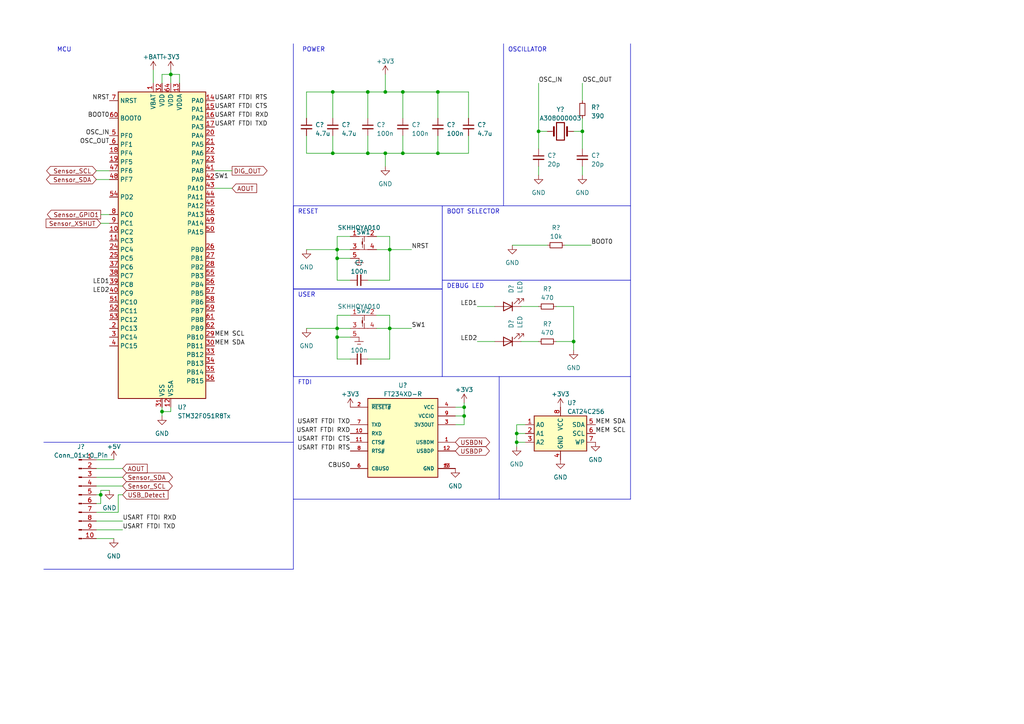
<source format=kicad_sch>
(kicad_sch (version 20230121) (generator eeschema)

  (uuid c0cfcaff-cbfc-454f-89d3-3bb65d015904)

  (paper "A4")

  (title_block
    (title "Enviro Sensing HAT")
    (date "2023-03-21")
    (rev "5.1")
  )

  (lib_symbols
    (symbol "Connector:Conn_01x10_Pin" (pin_names (offset 1.016) hide) (in_bom yes) (on_board yes)
      (property "Reference" "J" (at 0 12.7 0)
        (effects (font (size 1.27 1.27)))
      )
      (property "Value" "Conn_01x10_Pin" (at 0 -15.24 0)
        (effects (font (size 1.27 1.27)))
      )
      (property "Footprint" "" (at 0 0 0)
        (effects (font (size 1.27 1.27)) hide)
      )
      (property "Datasheet" "~" (at 0 0 0)
        (effects (font (size 1.27 1.27)) hide)
      )
      (property "ki_locked" "" (at 0 0 0)
        (effects (font (size 1.27 1.27)))
      )
      (property "ki_keywords" "connector" (at 0 0 0)
        (effects (font (size 1.27 1.27)) hide)
      )
      (property "ki_description" "Generic connector, single row, 01x10, script generated" (at 0 0 0)
        (effects (font (size 1.27 1.27)) hide)
      )
      (property "ki_fp_filters" "Connector*:*_1x??_*" (at 0 0 0)
        (effects (font (size 1.27 1.27)) hide)
      )
      (symbol "Conn_01x10_Pin_1_1"
        (polyline
          (pts
            (xy 1.27 -12.7)
            (xy 0.8636 -12.7)
          )
          (stroke (width 0.1524) (type default))
          (fill (type none))
        )
        (polyline
          (pts
            (xy 1.27 -10.16)
            (xy 0.8636 -10.16)
          )
          (stroke (width 0.1524) (type default))
          (fill (type none))
        )
        (polyline
          (pts
            (xy 1.27 -7.62)
            (xy 0.8636 -7.62)
          )
          (stroke (width 0.1524) (type default))
          (fill (type none))
        )
        (polyline
          (pts
            (xy 1.27 -5.08)
            (xy 0.8636 -5.08)
          )
          (stroke (width 0.1524) (type default))
          (fill (type none))
        )
        (polyline
          (pts
            (xy 1.27 -2.54)
            (xy 0.8636 -2.54)
          )
          (stroke (width 0.1524) (type default))
          (fill (type none))
        )
        (polyline
          (pts
            (xy 1.27 0)
            (xy 0.8636 0)
          )
          (stroke (width 0.1524) (type default))
          (fill (type none))
        )
        (polyline
          (pts
            (xy 1.27 2.54)
            (xy 0.8636 2.54)
          )
          (stroke (width 0.1524) (type default))
          (fill (type none))
        )
        (polyline
          (pts
            (xy 1.27 5.08)
            (xy 0.8636 5.08)
          )
          (stroke (width 0.1524) (type default))
          (fill (type none))
        )
        (polyline
          (pts
            (xy 1.27 7.62)
            (xy 0.8636 7.62)
          )
          (stroke (width 0.1524) (type default))
          (fill (type none))
        )
        (polyline
          (pts
            (xy 1.27 10.16)
            (xy 0.8636 10.16)
          )
          (stroke (width 0.1524) (type default))
          (fill (type none))
        )
        (rectangle (start 0.8636 -12.573) (end 0 -12.827)
          (stroke (width 0.1524) (type default))
          (fill (type outline))
        )
        (rectangle (start 0.8636 -10.033) (end 0 -10.287)
          (stroke (width 0.1524) (type default))
          (fill (type outline))
        )
        (rectangle (start 0.8636 -7.493) (end 0 -7.747)
          (stroke (width 0.1524) (type default))
          (fill (type outline))
        )
        (rectangle (start 0.8636 -4.953) (end 0 -5.207)
          (stroke (width 0.1524) (type default))
          (fill (type outline))
        )
        (rectangle (start 0.8636 -2.413) (end 0 -2.667)
          (stroke (width 0.1524) (type default))
          (fill (type outline))
        )
        (rectangle (start 0.8636 0.127) (end 0 -0.127)
          (stroke (width 0.1524) (type default))
          (fill (type outline))
        )
        (rectangle (start 0.8636 2.667) (end 0 2.413)
          (stroke (width 0.1524) (type default))
          (fill (type outline))
        )
        (rectangle (start 0.8636 5.207) (end 0 4.953)
          (stroke (width 0.1524) (type default))
          (fill (type outline))
        )
        (rectangle (start 0.8636 7.747) (end 0 7.493)
          (stroke (width 0.1524) (type default))
          (fill (type outline))
        )
        (rectangle (start 0.8636 10.287) (end 0 10.033)
          (stroke (width 0.1524) (type default))
          (fill (type outline))
        )
        (pin passive line (at 5.08 10.16 180) (length 3.81)
          (name "Pin_1" (effects (font (size 1.27 1.27))))
          (number "1" (effects (font (size 1.27 1.27))))
        )
        (pin passive line (at 5.08 -12.7 180) (length 3.81)
          (name "Pin_10" (effects (font (size 1.27 1.27))))
          (number "10" (effects (font (size 1.27 1.27))))
        )
        (pin passive line (at 5.08 7.62 180) (length 3.81)
          (name "Pin_2" (effects (font (size 1.27 1.27))))
          (number "2" (effects (font (size 1.27 1.27))))
        )
        (pin passive line (at 5.08 5.08 180) (length 3.81)
          (name "Pin_3" (effects (font (size 1.27 1.27))))
          (number "3" (effects (font (size 1.27 1.27))))
        )
        (pin passive line (at 5.08 2.54 180) (length 3.81)
          (name "Pin_4" (effects (font (size 1.27 1.27))))
          (number "4" (effects (font (size 1.27 1.27))))
        )
        (pin passive line (at 5.08 0 180) (length 3.81)
          (name "Pin_5" (effects (font (size 1.27 1.27))))
          (number "5" (effects (font (size 1.27 1.27))))
        )
        (pin passive line (at 5.08 -2.54 180) (length 3.81)
          (name "Pin_6" (effects (font (size 1.27 1.27))))
          (number "6" (effects (font (size 1.27 1.27))))
        )
        (pin passive line (at 5.08 -5.08 180) (length 3.81)
          (name "Pin_7" (effects (font (size 1.27 1.27))))
          (number "7" (effects (font (size 1.27 1.27))))
        )
        (pin passive line (at 5.08 -7.62 180) (length 3.81)
          (name "Pin_8" (effects (font (size 1.27 1.27))))
          (number "8" (effects (font (size 1.27 1.27))))
        )
        (pin passive line (at 5.08 -10.16 180) (length 3.81)
          (name "Pin_9" (effects (font (size 1.27 1.27))))
          (number "9" (effects (font (size 1.27 1.27))))
        )
      )
    )
    (symbol "Device:C_Small" (pin_numbers hide) (pin_names (offset 0.254) hide) (in_bom yes) (on_board yes)
      (property "Reference" "C" (at 0.254 1.778 0)
        (effects (font (size 1.27 1.27)) (justify left))
      )
      (property "Value" "C_Small" (at 0.254 -2.032 0)
        (effects (font (size 1.27 1.27)) (justify left))
      )
      (property "Footprint" "" (at 0 0 0)
        (effects (font (size 1.27 1.27)) hide)
      )
      (property "Datasheet" "~" (at 0 0 0)
        (effects (font (size 1.27 1.27)) hide)
      )
      (property "ki_keywords" "capacitor cap" (at 0 0 0)
        (effects (font (size 1.27 1.27)) hide)
      )
      (property "ki_description" "Unpolarized capacitor, small symbol" (at 0 0 0)
        (effects (font (size 1.27 1.27)) hide)
      )
      (property "ki_fp_filters" "C_*" (at 0 0 0)
        (effects (font (size 1.27 1.27)) hide)
      )
      (symbol "C_Small_0_1"
        (polyline
          (pts
            (xy -1.524 -0.508)
            (xy 1.524 -0.508)
          )
          (stroke (width 0.3302) (type default))
          (fill (type none))
        )
        (polyline
          (pts
            (xy -1.524 0.508)
            (xy 1.524 0.508)
          )
          (stroke (width 0.3048) (type default))
          (fill (type none))
        )
      )
      (symbol "C_Small_1_1"
        (pin passive line (at 0 2.54 270) (length 2.032)
          (name "~" (effects (font (size 1.27 1.27))))
          (number "1" (effects (font (size 1.27 1.27))))
        )
        (pin passive line (at 0 -2.54 90) (length 2.032)
          (name "~" (effects (font (size 1.27 1.27))))
          (number "2" (effects (font (size 1.27 1.27))))
        )
      )
    )
    (symbol "Device:Crystal" (pin_numbers hide) (pin_names (offset 1.016) hide) (in_bom yes) (on_board yes)
      (property "Reference" "Y" (at 0 3.81 0)
        (effects (font (size 1.27 1.27)))
      )
      (property "Value" "Crystal" (at 0 -3.81 0)
        (effects (font (size 1.27 1.27)))
      )
      (property "Footprint" "" (at 0 0 0)
        (effects (font (size 1.27 1.27)) hide)
      )
      (property "Datasheet" "~" (at 0 0 0)
        (effects (font (size 1.27 1.27)) hide)
      )
      (property "ki_keywords" "quartz ceramic resonator oscillator" (at 0 0 0)
        (effects (font (size 1.27 1.27)) hide)
      )
      (property "ki_description" "Two pin crystal" (at 0 0 0)
        (effects (font (size 1.27 1.27)) hide)
      )
      (property "ki_fp_filters" "Crystal*" (at 0 0 0)
        (effects (font (size 1.27 1.27)) hide)
      )
      (symbol "Crystal_0_1"
        (rectangle (start -1.143 2.54) (end 1.143 -2.54)
          (stroke (width 0.3048) (type default))
          (fill (type none))
        )
        (polyline
          (pts
            (xy -2.54 0)
            (xy -1.905 0)
          )
          (stroke (width 0) (type default))
          (fill (type none))
        )
        (polyline
          (pts
            (xy -1.905 -1.27)
            (xy -1.905 1.27)
          )
          (stroke (width 0.508) (type default))
          (fill (type none))
        )
        (polyline
          (pts
            (xy 1.905 -1.27)
            (xy 1.905 1.27)
          )
          (stroke (width 0.508) (type default))
          (fill (type none))
        )
        (polyline
          (pts
            (xy 2.54 0)
            (xy 1.905 0)
          )
          (stroke (width 0) (type default))
          (fill (type none))
        )
      )
      (symbol "Crystal_1_1"
        (pin passive line (at -3.81 0 0) (length 1.27)
          (name "1" (effects (font (size 1.27 1.27))))
          (number "1" (effects (font (size 1.27 1.27))))
        )
        (pin passive line (at 3.81 0 180) (length 1.27)
          (name "2" (effects (font (size 1.27 1.27))))
          (number "2" (effects (font (size 1.27 1.27))))
        )
      )
    )
    (symbol "Device:LED" (pin_numbers hide) (pin_names (offset 1.016) hide) (in_bom yes) (on_board yes)
      (property "Reference" "D" (at 0 2.54 0)
        (effects (font (size 1.27 1.27)))
      )
      (property "Value" "LED" (at 0 -2.54 0)
        (effects (font (size 1.27 1.27)))
      )
      (property "Footprint" "" (at 0 0 0)
        (effects (font (size 1.27 1.27)) hide)
      )
      (property "Datasheet" "~" (at 0 0 0)
        (effects (font (size 1.27 1.27)) hide)
      )
      (property "ki_keywords" "LED diode" (at 0 0 0)
        (effects (font (size 1.27 1.27)) hide)
      )
      (property "ki_description" "Light emitting diode" (at 0 0 0)
        (effects (font (size 1.27 1.27)) hide)
      )
      (property "ki_fp_filters" "LED* LED_SMD:* LED_THT:*" (at 0 0 0)
        (effects (font (size 1.27 1.27)) hide)
      )
      (symbol "LED_0_1"
        (polyline
          (pts
            (xy -1.27 -1.27)
            (xy -1.27 1.27)
          )
          (stroke (width 0.254) (type default))
          (fill (type none))
        )
        (polyline
          (pts
            (xy -1.27 0)
            (xy 1.27 0)
          )
          (stroke (width 0) (type default))
          (fill (type none))
        )
        (polyline
          (pts
            (xy 1.27 -1.27)
            (xy 1.27 1.27)
            (xy -1.27 0)
            (xy 1.27 -1.27)
          )
          (stroke (width 0.254) (type default))
          (fill (type none))
        )
        (polyline
          (pts
            (xy -3.048 -0.762)
            (xy -4.572 -2.286)
            (xy -3.81 -2.286)
            (xy -4.572 -2.286)
            (xy -4.572 -1.524)
          )
          (stroke (width 0) (type default))
          (fill (type none))
        )
        (polyline
          (pts
            (xy -1.778 -0.762)
            (xy -3.302 -2.286)
            (xy -2.54 -2.286)
            (xy -3.302 -2.286)
            (xy -3.302 -1.524)
          )
          (stroke (width 0) (type default))
          (fill (type none))
        )
      )
      (symbol "LED_1_1"
        (pin passive line (at -3.81 0 0) (length 2.54)
          (name "K" (effects (font (size 1.27 1.27))))
          (number "1" (effects (font (size 1.27 1.27))))
        )
        (pin passive line (at 3.81 0 180) (length 2.54)
          (name "A" (effects (font (size 1.27 1.27))))
          (number "2" (effects (font (size 1.27 1.27))))
        )
      )
    )
    (symbol "Device:R_Small" (pin_numbers hide) (pin_names (offset 0.254) hide) (in_bom yes) (on_board yes)
      (property "Reference" "R" (at 0.762 0.508 0)
        (effects (font (size 1.27 1.27)) (justify left))
      )
      (property "Value" "R_Small" (at 0.762 -1.016 0)
        (effects (font (size 1.27 1.27)) (justify left))
      )
      (property "Footprint" "" (at 0 0 0)
        (effects (font (size 1.27 1.27)) hide)
      )
      (property "Datasheet" "~" (at 0 0 0)
        (effects (font (size 1.27 1.27)) hide)
      )
      (property "ki_keywords" "R resistor" (at 0 0 0)
        (effects (font (size 1.27 1.27)) hide)
      )
      (property "ki_description" "Resistor, small symbol" (at 0 0 0)
        (effects (font (size 1.27 1.27)) hide)
      )
      (property "ki_fp_filters" "R_*" (at 0 0 0)
        (effects (font (size 1.27 1.27)) hide)
      )
      (symbol "R_Small_0_1"
        (rectangle (start -0.762 1.778) (end 0.762 -1.778)
          (stroke (width 0.2032) (type default))
          (fill (type none))
        )
      )
      (symbol "R_Small_1_1"
        (pin passive line (at 0 2.54 270) (length 0.762)
          (name "~" (effects (font (size 1.27 1.27))))
          (number "1" (effects (font (size 1.27 1.27))))
        )
        (pin passive line (at 0 -2.54 90) (length 0.762)
          (name "~" (effects (font (size 1.27 1.27))))
          (number "2" (effects (font (size 1.27 1.27))))
        )
      )
    )
    (symbol "FT234XD-R:FT234XD-R" (pin_names (offset 1.016)) (in_bom yes) (on_board yes)
      (property "Reference" "U" (at -10.16 13.97 0)
        (effects (font (size 1.27 1.27)) (justify left bottom))
      )
      (property "Value" "FT234XD-R" (at -10.16 -11.43 0)
        (effects (font (size 1.27 1.27)) (justify left top))
      )
      (property "Footprint" "SON45P300X300X80-13N" (at 0 0 0)
        (effects (font (size 1.27 1.27)) (justify bottom) hide)
      )
      (property "Datasheet" "" (at 0 0 0)
        (effects (font (size 1.27 1.27)) hide)
      )
      (property "STANDARD" "IPC-7351B" (at 0 0 0)
        (effects (font (size 1.27 1.27)) (justify bottom) hide)
      )
      (property "PARTREV" "Version 1.2" (at 0 0 0)
        (effects (font (size 1.27 1.27)) (justify bottom) hide)
      )
      (property "MANUFACTURER" "FTDI" (at 0 0 0)
        (effects (font (size 1.27 1.27)) (justify bottom) hide)
      )
      (property "MAXIMUM_PACKAGE_HEIGHT" "0.8mm" (at 0 0 0)
        (effects (font (size 1.27 1.27)) (justify bottom) hide)
      )
      (symbol "FT234XD-R_0_0"
        (rectangle (start -10.16 -10.16) (end 10.16 12.7)
          (stroke (width 0.254) (type default))
          (fill (type background))
        )
        (pin bidirectional line (at 15.24 0 180) (length 5.08)
          (name "USBDM" (effects (font (size 1.016 1.016))))
          (number "1" (effects (font (size 1.016 1.016))))
        )
        (pin input line (at -15.24 2.54 0) (length 5.08)
          (name "RXD" (effects (font (size 1.016 1.016))))
          (number "10" (effects (font (size 1.016 1.016))))
        )
        (pin input line (at -15.24 0 0) (length 5.08)
          (name "CTS#" (effects (font (size 1.016 1.016))))
          (number "11" (effects (font (size 1.016 1.016))))
        )
        (pin bidirectional line (at 15.24 -2.54 180) (length 5.08)
          (name "USBDP" (effects (font (size 1.016 1.016))))
          (number "12" (effects (font (size 1.016 1.016))))
        )
        (pin power_in line (at 15.24 -7.62 180) (length 5.08)
          (name "GND" (effects (font (size 1.016 1.016))))
          (number "13" (effects (font (size 1.016 1.016))))
        )
        (pin input line (at -15.24 10.16 0) (length 5.08)
          (name "~{RESET#}" (effects (font (size 1.016 1.016))))
          (number "2" (effects (font (size 1.016 1.016))))
        )
        (pin output line (at 15.24 5.08 180) (length 5.08)
          (name "3V3OUT" (effects (font (size 1.016 1.016))))
          (number "3" (effects (font (size 1.016 1.016))))
        )
        (pin power_in line (at 15.24 10.16 180) (length 5.08)
          (name "VCC" (effects (font (size 1.016 1.016))))
          (number "4" (effects (font (size 1.016 1.016))))
        )
        (pin power_in line (at 15.24 -7.62 180) (length 5.08)
          (name "GND" (effects (font (size 1.016 1.016))))
          (number "5" (effects (font (size 1.016 1.016))))
        )
        (pin bidirectional line (at -15.24 -7.62 0) (length 5.08)
          (name "CBUS0" (effects (font (size 1.016 1.016))))
          (number "6" (effects (font (size 1.016 1.016))))
        )
        (pin output line (at -15.24 5.08 0) (length 5.08)
          (name "TXD" (effects (font (size 1.016 1.016))))
          (number "7" (effects (font (size 1.016 1.016))))
        )
        (pin output line (at -15.24 -2.54 0) (length 5.08)
          (name "RTS#" (effects (font (size 1.016 1.016))))
          (number "8" (effects (font (size 1.016 1.016))))
        )
        (pin power_in line (at 15.24 7.62 180) (length 5.08)
          (name "VCCIO" (effects (font (size 1.016 1.016))))
          (number "9" (effects (font (size 1.016 1.016))))
        )
      )
    )
    (symbol "MCU_ST_STM32F0:STM32F051R8Tx" (in_bom yes) (on_board yes)
      (property "Reference" "U" (at -12.7 46.99 0)
        (effects (font (size 1.27 1.27)) (justify left))
      )
      (property "Value" "STM32F051R8Tx" (at 7.62 46.99 0)
        (effects (font (size 1.27 1.27)) (justify left))
      )
      (property "Footprint" "Package_QFP:LQFP-64_10x10mm_P0.5mm" (at -12.7 -43.18 0)
        (effects (font (size 1.27 1.27)) (justify right) hide)
      )
      (property "Datasheet" "https://www.st.com/resource/en/datasheet/stm32f051r8.pdf" (at 0 0 0)
        (effects (font (size 1.27 1.27)) hide)
      )
      (property "ki_locked" "" (at 0 0 0)
        (effects (font (size 1.27 1.27)))
      )
      (property "ki_keywords" "Arm Cortex-M0 STM32F0 STM32F0x1" (at 0 0 0)
        (effects (font (size 1.27 1.27)) hide)
      )
      (property "ki_description" "STMicroelectronics Arm Cortex-M0 MCU, 64KB flash, 8KB RAM, 48 MHz, 2.0-3.6V, 55 GPIO, LQFP64" (at 0 0 0)
        (effects (font (size 1.27 1.27)) hide)
      )
      (property "ki_fp_filters" "LQFP*10x10mm*P0.5mm*" (at 0 0 0)
        (effects (font (size 1.27 1.27)) hide)
      )
      (symbol "STM32F051R8Tx_0_1"
        (rectangle (start -12.7 -43.18) (end 12.7 45.72)
          (stroke (width 0.254) (type default))
          (fill (type background))
        )
      )
      (symbol "STM32F051R8Tx_1_1"
        (pin power_in line (at -2.54 48.26 270) (length 2.54)
          (name "VBAT" (effects (font (size 1.27 1.27))))
          (number "1" (effects (font (size 1.27 1.27))))
        )
        (pin bidirectional line (at -15.24 5.08 0) (length 2.54)
          (name "PC2" (effects (font (size 1.27 1.27))))
          (number "10" (effects (font (size 1.27 1.27))))
          (alternate "ADC_IN12" bidirectional line)
        )
        (pin bidirectional line (at -15.24 2.54 0) (length 2.54)
          (name "PC3" (effects (font (size 1.27 1.27))))
          (number "11" (effects (font (size 1.27 1.27))))
          (alternate "ADC_IN13" bidirectional line)
        )
        (pin power_in line (at 2.54 -45.72 90) (length 2.54)
          (name "VSSA" (effects (font (size 1.27 1.27))))
          (number "12" (effects (font (size 1.27 1.27))))
        )
        (pin power_in line (at 5.08 48.26 270) (length 2.54)
          (name "VDDA" (effects (font (size 1.27 1.27))))
          (number "13" (effects (font (size 1.27 1.27))))
        )
        (pin bidirectional line (at 15.24 43.18 180) (length 2.54)
          (name "PA0" (effects (font (size 1.27 1.27))))
          (number "14" (effects (font (size 1.27 1.27))))
          (alternate "ADC_IN0" bidirectional line)
          (alternate "COMP1_INM" bidirectional line)
          (alternate "COMP1_OUT" bidirectional line)
          (alternate "RTC_TAMP2" bidirectional line)
          (alternate "SYS_WKUP1" bidirectional line)
          (alternate "TIM2_CH1" bidirectional line)
          (alternate "TIM2_ETR" bidirectional line)
          (alternate "TSC_G1_IO1" bidirectional line)
          (alternate "USART2_CTS" bidirectional line)
        )
        (pin bidirectional line (at 15.24 40.64 180) (length 2.54)
          (name "PA1" (effects (font (size 1.27 1.27))))
          (number "15" (effects (font (size 1.27 1.27))))
          (alternate "ADC_IN1" bidirectional line)
          (alternate "COMP1_INP" bidirectional line)
          (alternate "TIM2_CH2" bidirectional line)
          (alternate "TSC_G1_IO2" bidirectional line)
          (alternate "USART2_DE" bidirectional line)
          (alternate "USART2_RTS" bidirectional line)
        )
        (pin bidirectional line (at 15.24 38.1 180) (length 2.54)
          (name "PA2" (effects (font (size 1.27 1.27))))
          (number "16" (effects (font (size 1.27 1.27))))
          (alternate "ADC_IN2" bidirectional line)
          (alternate "COMP2_INM" bidirectional line)
          (alternate "COMP2_OUT" bidirectional line)
          (alternate "TIM15_CH1" bidirectional line)
          (alternate "TIM2_CH3" bidirectional line)
          (alternate "TSC_G1_IO3" bidirectional line)
          (alternate "USART2_TX" bidirectional line)
        )
        (pin bidirectional line (at 15.24 35.56 180) (length 2.54)
          (name "PA3" (effects (font (size 1.27 1.27))))
          (number "17" (effects (font (size 1.27 1.27))))
          (alternate "ADC_IN3" bidirectional line)
          (alternate "COMP2_INP" bidirectional line)
          (alternate "TIM15_CH2" bidirectional line)
          (alternate "TIM2_CH4" bidirectional line)
          (alternate "TSC_G1_IO4" bidirectional line)
          (alternate "USART2_RX" bidirectional line)
        )
        (pin bidirectional line (at -15.24 27.94 0) (length 2.54)
          (name "PF4" (effects (font (size 1.27 1.27))))
          (number "18" (effects (font (size 1.27 1.27))))
        )
        (pin bidirectional line (at -15.24 25.4 0) (length 2.54)
          (name "PF5" (effects (font (size 1.27 1.27))))
          (number "19" (effects (font (size 1.27 1.27))))
        )
        (pin bidirectional line (at -15.24 -22.86 0) (length 2.54)
          (name "PC13" (effects (font (size 1.27 1.27))))
          (number "2" (effects (font (size 1.27 1.27))))
          (alternate "RTC_OUT_ALARM" bidirectional line)
          (alternate "RTC_OUT_CALIB" bidirectional line)
          (alternate "RTC_TAMP1" bidirectional line)
          (alternate "RTC_TS" bidirectional line)
          (alternate "SYS_WKUP2" bidirectional line)
        )
        (pin bidirectional line (at 15.24 33.02 180) (length 2.54)
          (name "PA4" (effects (font (size 1.27 1.27))))
          (number "20" (effects (font (size 1.27 1.27))))
          (alternate "ADC_IN4" bidirectional line)
          (alternate "COMP1_INM" bidirectional line)
          (alternate "COMP2_INM" bidirectional line)
          (alternate "DAC1_OUT1" bidirectional line)
          (alternate "I2S1_WS" bidirectional line)
          (alternate "SPI1_NSS" bidirectional line)
          (alternate "TIM14_CH1" bidirectional line)
          (alternate "TSC_G2_IO1" bidirectional line)
          (alternate "USART2_CK" bidirectional line)
        )
        (pin bidirectional line (at 15.24 30.48 180) (length 2.54)
          (name "PA5" (effects (font (size 1.27 1.27))))
          (number "21" (effects (font (size 1.27 1.27))))
          (alternate "ADC_IN5" bidirectional line)
          (alternate "CEC" bidirectional line)
          (alternate "COMP1_INM" bidirectional line)
          (alternate "COMP2_INM" bidirectional line)
          (alternate "I2S1_CK" bidirectional line)
          (alternate "SPI1_SCK" bidirectional line)
          (alternate "TIM2_CH1" bidirectional line)
          (alternate "TIM2_ETR" bidirectional line)
          (alternate "TSC_G2_IO2" bidirectional line)
        )
        (pin bidirectional line (at 15.24 27.94 180) (length 2.54)
          (name "PA6" (effects (font (size 1.27 1.27))))
          (number "22" (effects (font (size 1.27 1.27))))
          (alternate "ADC_IN6" bidirectional line)
          (alternate "COMP1_OUT" bidirectional line)
          (alternate "I2S1_MCK" bidirectional line)
          (alternate "SPI1_MISO" bidirectional line)
          (alternate "TIM16_CH1" bidirectional line)
          (alternate "TIM1_BKIN" bidirectional line)
          (alternate "TIM3_CH1" bidirectional line)
          (alternate "TSC_G2_IO3" bidirectional line)
        )
        (pin bidirectional line (at 15.24 25.4 180) (length 2.54)
          (name "PA7" (effects (font (size 1.27 1.27))))
          (number "23" (effects (font (size 1.27 1.27))))
          (alternate "ADC_IN7" bidirectional line)
          (alternate "COMP2_OUT" bidirectional line)
          (alternate "I2S1_SD" bidirectional line)
          (alternate "SPI1_MOSI" bidirectional line)
          (alternate "TIM14_CH1" bidirectional line)
          (alternate "TIM17_CH1" bidirectional line)
          (alternate "TIM1_CH1N" bidirectional line)
          (alternate "TIM3_CH2" bidirectional line)
          (alternate "TSC_G2_IO4" bidirectional line)
        )
        (pin bidirectional line (at -15.24 0 0) (length 2.54)
          (name "PC4" (effects (font (size 1.27 1.27))))
          (number "24" (effects (font (size 1.27 1.27))))
          (alternate "ADC_IN14" bidirectional line)
        )
        (pin bidirectional line (at -15.24 -2.54 0) (length 2.54)
          (name "PC5" (effects (font (size 1.27 1.27))))
          (number "25" (effects (font (size 1.27 1.27))))
          (alternate "ADC_IN15" bidirectional line)
          (alternate "TSC_G3_IO1" bidirectional line)
        )
        (pin bidirectional line (at 15.24 0 180) (length 2.54)
          (name "PB0" (effects (font (size 1.27 1.27))))
          (number "26" (effects (font (size 1.27 1.27))))
          (alternate "ADC_IN8" bidirectional line)
          (alternate "TIM1_CH2N" bidirectional line)
          (alternate "TIM3_CH3" bidirectional line)
          (alternate "TSC_G3_IO2" bidirectional line)
        )
        (pin bidirectional line (at 15.24 -2.54 180) (length 2.54)
          (name "PB1" (effects (font (size 1.27 1.27))))
          (number "27" (effects (font (size 1.27 1.27))))
          (alternate "ADC_IN9" bidirectional line)
          (alternate "TIM14_CH1" bidirectional line)
          (alternate "TIM1_CH3N" bidirectional line)
          (alternate "TIM3_CH4" bidirectional line)
          (alternate "TSC_G3_IO3" bidirectional line)
        )
        (pin bidirectional line (at 15.24 -5.08 180) (length 2.54)
          (name "PB2" (effects (font (size 1.27 1.27))))
          (number "28" (effects (font (size 1.27 1.27))))
          (alternate "TSC_G3_IO4" bidirectional line)
        )
        (pin bidirectional line (at 15.24 -25.4 180) (length 2.54)
          (name "PB10" (effects (font (size 1.27 1.27))))
          (number "29" (effects (font (size 1.27 1.27))))
          (alternate "CEC" bidirectional line)
          (alternate "I2C2_SCL" bidirectional line)
          (alternate "TIM2_CH3" bidirectional line)
          (alternate "TSC_SYNC" bidirectional line)
        )
        (pin bidirectional line (at -15.24 -25.4 0) (length 2.54)
          (name "PC14" (effects (font (size 1.27 1.27))))
          (number "3" (effects (font (size 1.27 1.27))))
          (alternate "RCC_OSC32_IN" bidirectional line)
        )
        (pin bidirectional line (at 15.24 -27.94 180) (length 2.54)
          (name "PB11" (effects (font (size 1.27 1.27))))
          (number "30" (effects (font (size 1.27 1.27))))
          (alternate "I2C2_SDA" bidirectional line)
          (alternate "TIM2_CH4" bidirectional line)
          (alternate "TSC_G6_IO1" bidirectional line)
        )
        (pin power_in line (at 0 -45.72 90) (length 2.54)
          (name "VSS" (effects (font (size 1.27 1.27))))
          (number "31" (effects (font (size 1.27 1.27))))
        )
        (pin power_in line (at 0 48.26 270) (length 2.54)
          (name "VDD" (effects (font (size 1.27 1.27))))
          (number "32" (effects (font (size 1.27 1.27))))
        )
        (pin bidirectional line (at 15.24 -30.48 180) (length 2.54)
          (name "PB12" (effects (font (size 1.27 1.27))))
          (number "33" (effects (font (size 1.27 1.27))))
          (alternate "SPI2_NSS" bidirectional line)
          (alternate "TIM1_BKIN" bidirectional line)
          (alternate "TSC_G6_IO2" bidirectional line)
        )
        (pin bidirectional line (at 15.24 -33.02 180) (length 2.54)
          (name "PB13" (effects (font (size 1.27 1.27))))
          (number "34" (effects (font (size 1.27 1.27))))
          (alternate "SPI2_SCK" bidirectional line)
          (alternate "TIM1_CH1N" bidirectional line)
          (alternate "TSC_G6_IO3" bidirectional line)
        )
        (pin bidirectional line (at 15.24 -35.56 180) (length 2.54)
          (name "PB14" (effects (font (size 1.27 1.27))))
          (number "35" (effects (font (size 1.27 1.27))))
          (alternate "SPI2_MISO" bidirectional line)
          (alternate "TIM15_CH1" bidirectional line)
          (alternate "TIM1_CH2N" bidirectional line)
          (alternate "TSC_G6_IO4" bidirectional line)
        )
        (pin bidirectional line (at 15.24 -38.1 180) (length 2.54)
          (name "PB15" (effects (font (size 1.27 1.27))))
          (number "36" (effects (font (size 1.27 1.27))))
          (alternate "RTC_REFIN" bidirectional line)
          (alternate "SPI2_MOSI" bidirectional line)
          (alternate "TIM15_CH1N" bidirectional line)
          (alternate "TIM15_CH2" bidirectional line)
          (alternate "TIM1_CH3N" bidirectional line)
        )
        (pin bidirectional line (at -15.24 -5.08 0) (length 2.54)
          (name "PC6" (effects (font (size 1.27 1.27))))
          (number "37" (effects (font (size 1.27 1.27))))
          (alternate "TIM3_CH1" bidirectional line)
        )
        (pin bidirectional line (at -15.24 -7.62 0) (length 2.54)
          (name "PC7" (effects (font (size 1.27 1.27))))
          (number "38" (effects (font (size 1.27 1.27))))
          (alternate "TIM3_CH2" bidirectional line)
        )
        (pin bidirectional line (at -15.24 -10.16 0) (length 2.54)
          (name "PC8" (effects (font (size 1.27 1.27))))
          (number "39" (effects (font (size 1.27 1.27))))
          (alternate "TIM3_CH3" bidirectional line)
        )
        (pin bidirectional line (at -15.24 -27.94 0) (length 2.54)
          (name "PC15" (effects (font (size 1.27 1.27))))
          (number "4" (effects (font (size 1.27 1.27))))
          (alternate "RCC_OSC32_OUT" bidirectional line)
        )
        (pin bidirectional line (at -15.24 -12.7 0) (length 2.54)
          (name "PC9" (effects (font (size 1.27 1.27))))
          (number "40" (effects (font (size 1.27 1.27))))
          (alternate "DAC1_EXTI9" bidirectional line)
          (alternate "TIM3_CH4" bidirectional line)
        )
        (pin bidirectional line (at 15.24 22.86 180) (length 2.54)
          (name "PA8" (effects (font (size 1.27 1.27))))
          (number "41" (effects (font (size 1.27 1.27))))
          (alternate "RCC_MCO" bidirectional line)
          (alternate "TIM1_CH1" bidirectional line)
          (alternate "USART1_CK" bidirectional line)
        )
        (pin bidirectional line (at 15.24 20.32 180) (length 2.54)
          (name "PA9" (effects (font (size 1.27 1.27))))
          (number "42" (effects (font (size 1.27 1.27))))
          (alternate "DAC1_EXTI9" bidirectional line)
          (alternate "TIM15_BKIN" bidirectional line)
          (alternate "TIM1_CH2" bidirectional line)
          (alternate "TSC_G4_IO1" bidirectional line)
          (alternate "USART1_TX" bidirectional line)
        )
        (pin bidirectional line (at 15.24 17.78 180) (length 2.54)
          (name "PA10" (effects (font (size 1.27 1.27))))
          (number "43" (effects (font (size 1.27 1.27))))
          (alternate "TIM17_BKIN" bidirectional line)
          (alternate "TIM1_CH3" bidirectional line)
          (alternate "TSC_G4_IO2" bidirectional line)
          (alternate "USART1_RX" bidirectional line)
        )
        (pin bidirectional line (at 15.24 15.24 180) (length 2.54)
          (name "PA11" (effects (font (size 1.27 1.27))))
          (number "44" (effects (font (size 1.27 1.27))))
          (alternate "COMP1_OUT" bidirectional line)
          (alternate "TIM1_CH4" bidirectional line)
          (alternate "TSC_G4_IO3" bidirectional line)
          (alternate "USART1_CTS" bidirectional line)
        )
        (pin bidirectional line (at 15.24 12.7 180) (length 2.54)
          (name "PA12" (effects (font (size 1.27 1.27))))
          (number "45" (effects (font (size 1.27 1.27))))
          (alternate "COMP2_OUT" bidirectional line)
          (alternate "TIM1_ETR" bidirectional line)
          (alternate "TSC_G4_IO4" bidirectional line)
          (alternate "USART1_DE" bidirectional line)
          (alternate "USART1_RTS" bidirectional line)
        )
        (pin bidirectional line (at 15.24 10.16 180) (length 2.54)
          (name "PA13" (effects (font (size 1.27 1.27))))
          (number "46" (effects (font (size 1.27 1.27))))
          (alternate "IR_OUT" bidirectional line)
          (alternate "SYS_SWDIO" bidirectional line)
        )
        (pin bidirectional line (at -15.24 22.86 0) (length 2.54)
          (name "PF6" (effects (font (size 1.27 1.27))))
          (number "47" (effects (font (size 1.27 1.27))))
          (alternate "I2C2_SCL" bidirectional line)
        )
        (pin bidirectional line (at -15.24 20.32 0) (length 2.54)
          (name "PF7" (effects (font (size 1.27 1.27))))
          (number "48" (effects (font (size 1.27 1.27))))
          (alternate "I2C2_SDA" bidirectional line)
        )
        (pin bidirectional line (at 15.24 7.62 180) (length 2.54)
          (name "PA14" (effects (font (size 1.27 1.27))))
          (number "49" (effects (font (size 1.27 1.27))))
          (alternate "SYS_SWCLK" bidirectional line)
          (alternate "USART2_TX" bidirectional line)
        )
        (pin bidirectional line (at -15.24 33.02 0) (length 2.54)
          (name "PF0" (effects (font (size 1.27 1.27))))
          (number "5" (effects (font (size 1.27 1.27))))
          (alternate "RCC_OSC_IN" bidirectional line)
        )
        (pin bidirectional line (at 15.24 5.08 180) (length 2.54)
          (name "PA15" (effects (font (size 1.27 1.27))))
          (number "50" (effects (font (size 1.27 1.27))))
          (alternate "I2S1_WS" bidirectional line)
          (alternate "SPI1_NSS" bidirectional line)
          (alternate "TIM2_CH1" bidirectional line)
          (alternate "TIM2_ETR" bidirectional line)
          (alternate "USART2_RX" bidirectional line)
        )
        (pin bidirectional line (at -15.24 -15.24 0) (length 2.54)
          (name "PC10" (effects (font (size 1.27 1.27))))
          (number "51" (effects (font (size 1.27 1.27))))
        )
        (pin bidirectional line (at -15.24 -17.78 0) (length 2.54)
          (name "PC11" (effects (font (size 1.27 1.27))))
          (number "52" (effects (font (size 1.27 1.27))))
        )
        (pin bidirectional line (at -15.24 -20.32 0) (length 2.54)
          (name "PC12" (effects (font (size 1.27 1.27))))
          (number "53" (effects (font (size 1.27 1.27))))
        )
        (pin bidirectional line (at -15.24 15.24 0) (length 2.54)
          (name "PD2" (effects (font (size 1.27 1.27))))
          (number "54" (effects (font (size 1.27 1.27))))
          (alternate "TIM3_ETR" bidirectional line)
        )
        (pin bidirectional line (at 15.24 -7.62 180) (length 2.54)
          (name "PB3" (effects (font (size 1.27 1.27))))
          (number "55" (effects (font (size 1.27 1.27))))
          (alternate "I2S1_CK" bidirectional line)
          (alternate "SPI1_SCK" bidirectional line)
          (alternate "TIM2_CH2" bidirectional line)
          (alternate "TSC_G5_IO1" bidirectional line)
        )
        (pin bidirectional line (at 15.24 -10.16 180) (length 2.54)
          (name "PB4" (effects (font (size 1.27 1.27))))
          (number "56" (effects (font (size 1.27 1.27))))
          (alternate "I2S1_MCK" bidirectional line)
          (alternate "SPI1_MISO" bidirectional line)
          (alternate "TIM3_CH1" bidirectional line)
          (alternate "TSC_G5_IO2" bidirectional line)
        )
        (pin bidirectional line (at 15.24 -12.7 180) (length 2.54)
          (name "PB5" (effects (font (size 1.27 1.27))))
          (number "57" (effects (font (size 1.27 1.27))))
          (alternate "I2C1_SMBA" bidirectional line)
          (alternate "I2S1_SD" bidirectional line)
          (alternate "SPI1_MOSI" bidirectional line)
          (alternate "TIM16_BKIN" bidirectional line)
          (alternate "TIM3_CH2" bidirectional line)
        )
        (pin bidirectional line (at 15.24 -15.24 180) (length 2.54)
          (name "PB6" (effects (font (size 1.27 1.27))))
          (number "58" (effects (font (size 1.27 1.27))))
          (alternate "I2C1_SCL" bidirectional line)
          (alternate "TIM16_CH1N" bidirectional line)
          (alternate "TSC_G5_IO3" bidirectional line)
          (alternate "USART1_TX" bidirectional line)
        )
        (pin bidirectional line (at 15.24 -17.78 180) (length 2.54)
          (name "PB7" (effects (font (size 1.27 1.27))))
          (number "59" (effects (font (size 1.27 1.27))))
          (alternate "I2C1_SDA" bidirectional line)
          (alternate "TIM17_CH1N" bidirectional line)
          (alternate "TSC_G5_IO4" bidirectional line)
          (alternate "USART1_RX" bidirectional line)
        )
        (pin bidirectional line (at -15.24 30.48 0) (length 2.54)
          (name "PF1" (effects (font (size 1.27 1.27))))
          (number "6" (effects (font (size 1.27 1.27))))
          (alternate "RCC_OSC_OUT" bidirectional line)
        )
        (pin input line (at -15.24 38.1 0) (length 2.54)
          (name "BOOT0" (effects (font (size 1.27 1.27))))
          (number "60" (effects (font (size 1.27 1.27))))
        )
        (pin bidirectional line (at 15.24 -20.32 180) (length 2.54)
          (name "PB8" (effects (font (size 1.27 1.27))))
          (number "61" (effects (font (size 1.27 1.27))))
          (alternate "CEC" bidirectional line)
          (alternate "I2C1_SCL" bidirectional line)
          (alternate "TIM16_CH1" bidirectional line)
          (alternate "TSC_SYNC" bidirectional line)
        )
        (pin bidirectional line (at 15.24 -22.86 180) (length 2.54)
          (name "PB9" (effects (font (size 1.27 1.27))))
          (number "62" (effects (font (size 1.27 1.27))))
          (alternate "DAC1_EXTI9" bidirectional line)
          (alternate "I2C1_SDA" bidirectional line)
          (alternate "IR_OUT" bidirectional line)
          (alternate "TIM17_CH1" bidirectional line)
        )
        (pin passive line (at 0 -45.72 90) (length 2.54) hide
          (name "VSS" (effects (font (size 1.27 1.27))))
          (number "63" (effects (font (size 1.27 1.27))))
        )
        (pin power_in line (at 2.54 48.26 270) (length 2.54)
          (name "VDD" (effects (font (size 1.27 1.27))))
          (number "64" (effects (font (size 1.27 1.27))))
        )
        (pin input line (at -15.24 43.18 0) (length 2.54)
          (name "NRST" (effects (font (size 1.27 1.27))))
          (number "7" (effects (font (size 1.27 1.27))))
        )
        (pin bidirectional line (at -15.24 10.16 0) (length 2.54)
          (name "PC0" (effects (font (size 1.27 1.27))))
          (number "8" (effects (font (size 1.27 1.27))))
          (alternate "ADC_IN10" bidirectional line)
        )
        (pin bidirectional line (at -15.24 7.62 0) (length 2.54)
          (name "PC1" (effects (font (size 1.27 1.27))))
          (number "9" (effects (font (size 1.27 1.27))))
          (alternate "ADC_IN11" bidirectional line)
        )
      )
    )
    (symbol "MISC_JLCPCB:SKHHQYA010" (in_bom yes) (on_board yes)
      (property "Reference" "SW" (at 0 2.54 0)
        (effects (font (size 1.27 1.27)))
      )
      (property "Value" "" (at 0 2.54 0)
        (effects (font (size 1.27 1.27)))
      )
      (property "Footprint" "" (at 0 2.54 0)
        (effects (font (size 1.27 1.27)) hide)
      )
      (property "Datasheet" "" (at 0 2.54 0)
        (effects (font (size 1.27 1.27)) hide)
      )
      (symbol "SKHHQYA010_0_1"
        (polyline
          (pts
            (xy 0 -6.35)
            (xy 0 -7.62)
          )
          (stroke (width 0) (type default))
          (fill (type none))
        )
        (polyline
          (pts
            (xy 0 0)
            (xy 2.54 0)
          )
          (stroke (width 0) (type default))
          (fill (type none))
        )
        (polyline
          (pts
            (xy 0.508 -8.382)
            (xy -0.508 -8.382)
          )
          (stroke (width 0) (type default))
          (fill (type none))
        )
        (polyline
          (pts
            (xy 1.016 -0.508)
            (xy 1.016 -3.302)
          )
          (stroke (width 0) (type default))
          (fill (type none))
        )
        (polyline
          (pts
            (xy 1.27 -7.62)
            (xy -1.27 -7.62)
          )
          (stroke (width 0) (type default))
          (fill (type none))
        )
        (polyline
          (pts
            (xy 1.524 -3.81)
            (xy 1.524 -2.286)
          )
          (stroke (width 0) (type default))
          (fill (type none))
        )
        (polyline
          (pts
            (xy 1.524 0)
            (xy 1.524 -1.524)
          )
          (stroke (width 0) (type default))
          (fill (type none))
        )
        (polyline
          (pts
            (xy 2.54 -3.81)
            (xy 0 -3.81)
          )
          (stroke (width 0) (type default))
          (fill (type none))
        )
        (rectangle (start 0.8636 -1.524) (end 1.016 -2.286)
          (stroke (width 0) (type default))
          (fill (type none))
        )
      )
      (symbol "SKHHQYA010_1_1"
        (pin passive line (at -2.54 0 0) (length 2.54)
          (name "" (effects (font (size 1.27 1.27))))
          (number "1" (effects (font (size 1.27 1.27))))
        )
        (pin passive line (at 5.08 0 180) (length 2.54)
          (name "" (effects (font (size 1.27 1.27))))
          (number "2" (effects (font (size 1.27 1.27))))
        )
        (pin passive line (at -2.54 -3.81 0) (length 2.54)
          (name "" (effects (font (size 1.27 1.27))))
          (number "3" (effects (font (size 1.27 1.27))))
        )
        (pin passive line (at 5.08 -3.81 180) (length 2.54)
          (name "" (effects (font (size 1.27 1.27))))
          (number "4" (effects (font (size 1.27 1.27))))
        )
        (pin passive line (at -2.54 -6.35 0) (length 2.54)
          (name "" (effects (font (size 1.27 1.27))))
          (number "5" (effects (font (size 1.27 1.27))))
        )
      )
    )
    (symbol "Memory_EEPROM:CAT24C256" (in_bom yes) (on_board yes)
      (property "Reference" "U" (at -6.35 6.35 0)
        (effects (font (size 1.27 1.27)))
      )
      (property "Value" "CAT24C256" (at 1.27 6.35 0)
        (effects (font (size 1.27 1.27)) (justify left))
      )
      (property "Footprint" "" (at 0 0 0)
        (effects (font (size 1.27 1.27)) hide)
      )
      (property "Datasheet" "https://www.onsemi.cn/PowerSolutions/document/CAT24C256-D.PDF" (at 0 0 0)
        (effects (font (size 1.27 1.27)) hide)
      )
      (property "ki_keywords" "I2C EEPROM Serial 256kb" (at 0 0 0)
        (effects (font (size 1.27 1.27)) hide)
      )
      (property "ki_description" "256 kb CMOS Serial EEPROM, DIP-8/SOIC-8/TSSOP-8/DFN-8" (at 0 0 0)
        (effects (font (size 1.27 1.27)) hide)
      )
      (property "ki_fp_filters" "DIP*W7.62mm* SOIC*3.9x4.9mm* TSSOP*4.4x3mm*P0.65mm* DFN*3x2mm*P0.5mm*" (at 0 0 0)
        (effects (font (size 1.27 1.27)) hide)
      )
      (symbol "CAT24C256_1_1"
        (rectangle (start -7.62 5.08) (end 7.62 -5.08)
          (stroke (width 0.254) (type default))
          (fill (type background))
        )
        (pin input line (at -10.16 2.54 0) (length 2.54)
          (name "A0" (effects (font (size 1.27 1.27))))
          (number "1" (effects (font (size 1.27 1.27))))
        )
        (pin input line (at -10.16 0 0) (length 2.54)
          (name "A1" (effects (font (size 1.27 1.27))))
          (number "2" (effects (font (size 1.27 1.27))))
        )
        (pin input line (at -10.16 -2.54 0) (length 2.54)
          (name "A2" (effects (font (size 1.27 1.27))))
          (number "3" (effects (font (size 1.27 1.27))))
        )
        (pin power_in line (at 0 -7.62 90) (length 2.54)
          (name "GND" (effects (font (size 1.27 1.27))))
          (number "4" (effects (font (size 1.27 1.27))))
        )
        (pin bidirectional line (at 10.16 2.54 180) (length 2.54)
          (name "SDA" (effects (font (size 1.27 1.27))))
          (number "5" (effects (font (size 1.27 1.27))))
        )
        (pin input line (at 10.16 0 180) (length 2.54)
          (name "SCL" (effects (font (size 1.27 1.27))))
          (number "6" (effects (font (size 1.27 1.27))))
        )
        (pin input line (at 10.16 -2.54 180) (length 2.54)
          (name "WP" (effects (font (size 1.27 1.27))))
          (number "7" (effects (font (size 1.27 1.27))))
        )
        (pin power_in line (at 0 7.62 270) (length 2.54)
          (name "VCC" (effects (font (size 1.27 1.27))))
          (number "8" (effects (font (size 1.27 1.27))))
        )
      )
    )
    (symbol "SKHHQYA010_1" (in_bom yes) (on_board yes)
      (property "Reference" "SW3" (at 1.27 1.27 0)
        (effects (font (size 1.27 1.27)))
      )
      (property "Value" "~" (at 0 2.54 0)
        (effects (font (size 1.27 1.27)))
      )
      (property "Footprint" "" (at 0 2.54 0)
        (effects (font (size 1.27 1.27)) hide)
      )
      (property "Datasheet" "" (at 0 2.54 0)
        (effects (font (size 1.27 1.27)) hide)
      )
      (symbol "SKHHQYA010_1_0_1"
        (polyline
          (pts
            (xy 0 -6.35)
            (xy 0 -7.62)
          )
          (stroke (width 0) (type default))
          (fill (type none))
        )
        (polyline
          (pts
            (xy 0 0)
            (xy 2.54 0)
          )
          (stroke (width 0) (type default))
          (fill (type none))
        )
        (polyline
          (pts
            (xy 0.508 -8.382)
            (xy -0.508 -8.382)
          )
          (stroke (width 0) (type default))
          (fill (type none))
        )
        (polyline
          (pts
            (xy 1.016 -0.508)
            (xy 1.016 -3.302)
          )
          (stroke (width 0) (type default))
          (fill (type none))
        )
        (polyline
          (pts
            (xy 1.27 -7.62)
            (xy -1.27 -7.62)
          )
          (stroke (width 0) (type default))
          (fill (type none))
        )
        (polyline
          (pts
            (xy 1.524 -3.81)
            (xy 1.524 -2.286)
          )
          (stroke (width 0) (type default))
          (fill (type none))
        )
        (polyline
          (pts
            (xy 1.524 0)
            (xy 1.524 -1.524)
          )
          (stroke (width 0) (type default))
          (fill (type none))
        )
        (polyline
          (pts
            (xy 2.54 -3.81)
            (xy 0 -3.81)
          )
          (stroke (width 0) (type default))
          (fill (type none))
        )
        (rectangle (start 0.8636 -1.524) (end 1.016 -2.286)
          (stroke (width 0) (type default))
          (fill (type outline))
        )
      )
      (symbol "SKHHQYA010_1_1_1"
        (pin passive line (at -2.54 0 0) (length 2.54)
          (name "" (effects (font (size 1.27 1.27))))
          (number "1" (effects (font (size 1.27 1.27))))
        )
        (pin passive line (at 5.08 0 180) (length 2.54)
          (name "" (effects (font (size 1.27 1.27))))
          (number "2" (effects (font (size 1.27 1.27))))
        )
        (pin passive line (at -2.54 -3.81 0) (length 2.54)
          (name "" (effects (font (size 1.27 1.27))))
          (number "3" (effects (font (size 1.27 1.27))))
        )
        (pin passive line (at 5.08 -3.81 180) (length 2.54)
          (name "" (effects (font (size 1.27 1.27))))
          (number "4" (effects (font (size 1.27 1.27))))
        )
        (pin passive line (at -2.54 -6.35 0) (length 2.54)
          (name "" (effects (font (size 1.27 1.27))))
          (number "5" (effects (font (size 1.27 1.27))))
        )
      )
    )
    (symbol "power:+3V3" (power) (pin_names (offset 0)) (in_bom yes) (on_board yes)
      (property "Reference" "#PWR" (at 0 -3.81 0)
        (effects (font (size 1.27 1.27)) hide)
      )
      (property "Value" "+3V3" (at 0 3.556 0)
        (effects (font (size 1.27 1.27)))
      )
      (property "Footprint" "" (at 0 0 0)
        (effects (font (size 1.27 1.27)) hide)
      )
      (property "Datasheet" "" (at 0 0 0)
        (effects (font (size 1.27 1.27)) hide)
      )
      (property "ki_keywords" "global power" (at 0 0 0)
        (effects (font (size 1.27 1.27)) hide)
      )
      (property "ki_description" "Power symbol creates a global label with name \"+3V3\"" (at 0 0 0)
        (effects (font (size 1.27 1.27)) hide)
      )
      (symbol "+3V3_0_1"
        (polyline
          (pts
            (xy -0.762 1.27)
            (xy 0 2.54)
          )
          (stroke (width 0) (type default))
          (fill (type none))
        )
        (polyline
          (pts
            (xy 0 0)
            (xy 0 2.54)
          )
          (stroke (width 0) (type default))
          (fill (type none))
        )
        (polyline
          (pts
            (xy 0 2.54)
            (xy 0.762 1.27)
          )
          (stroke (width 0) (type default))
          (fill (type none))
        )
      )
      (symbol "+3V3_1_1"
        (pin power_in line (at 0 0 90) (length 0) hide
          (name "+3V3" (effects (font (size 1.27 1.27))))
          (number "1" (effects (font (size 1.27 1.27))))
        )
      )
    )
    (symbol "power:+5V" (power) (pin_names (offset 0)) (in_bom yes) (on_board yes)
      (property "Reference" "#PWR" (at 0 -3.81 0)
        (effects (font (size 1.27 1.27)) hide)
      )
      (property "Value" "+5V" (at 0 3.556 0)
        (effects (font (size 1.27 1.27)))
      )
      (property "Footprint" "" (at 0 0 0)
        (effects (font (size 1.27 1.27)) hide)
      )
      (property "Datasheet" "" (at 0 0 0)
        (effects (font (size 1.27 1.27)) hide)
      )
      (property "ki_keywords" "global power" (at 0 0 0)
        (effects (font (size 1.27 1.27)) hide)
      )
      (property "ki_description" "Power symbol creates a global label with name \"+5V\"" (at 0 0 0)
        (effects (font (size 1.27 1.27)) hide)
      )
      (symbol "+5V_0_1"
        (polyline
          (pts
            (xy -0.762 1.27)
            (xy 0 2.54)
          )
          (stroke (width 0) (type default))
          (fill (type none))
        )
        (polyline
          (pts
            (xy 0 0)
            (xy 0 2.54)
          )
          (stroke (width 0) (type default))
          (fill (type none))
        )
        (polyline
          (pts
            (xy 0 2.54)
            (xy 0.762 1.27)
          )
          (stroke (width 0) (type default))
          (fill (type none))
        )
      )
      (symbol "+5V_1_1"
        (pin power_in line (at 0 0 90) (length 0) hide
          (name "+5V" (effects (font (size 1.27 1.27))))
          (number "1" (effects (font (size 1.27 1.27))))
        )
      )
    )
    (symbol "power:+BATT" (power) (pin_names (offset 0)) (in_bom yes) (on_board yes)
      (property "Reference" "#PWR" (at 0 -3.81 0)
        (effects (font (size 1.27 1.27)) hide)
      )
      (property "Value" "+BATT" (at 0 3.556 0)
        (effects (font (size 1.27 1.27)))
      )
      (property "Footprint" "" (at 0 0 0)
        (effects (font (size 1.27 1.27)) hide)
      )
      (property "Datasheet" "" (at 0 0 0)
        (effects (font (size 1.27 1.27)) hide)
      )
      (property "ki_keywords" "global power battery" (at 0 0 0)
        (effects (font (size 1.27 1.27)) hide)
      )
      (property "ki_description" "Power symbol creates a global label with name \"+BATT\"" (at 0 0 0)
        (effects (font (size 1.27 1.27)) hide)
      )
      (symbol "+BATT_0_1"
        (polyline
          (pts
            (xy -0.762 1.27)
            (xy 0 2.54)
          )
          (stroke (width 0) (type default))
          (fill (type none))
        )
        (polyline
          (pts
            (xy 0 0)
            (xy 0 2.54)
          )
          (stroke (width 0) (type default))
          (fill (type none))
        )
        (polyline
          (pts
            (xy 0 2.54)
            (xy 0.762 1.27)
          )
          (stroke (width 0) (type default))
          (fill (type none))
        )
      )
      (symbol "+BATT_1_1"
        (pin power_in line (at 0 0 90) (length 0) hide
          (name "+BATT" (effects (font (size 1.27 1.27))))
          (number "1" (effects (font (size 1.27 1.27))))
        )
      )
    )
    (symbol "power:GND" (power) (pin_names (offset 0)) (in_bom yes) (on_board yes)
      (property "Reference" "#PWR" (at 0 -6.35 0)
        (effects (font (size 1.27 1.27)) hide)
      )
      (property "Value" "GND" (at 0 -3.81 0)
        (effects (font (size 1.27 1.27)))
      )
      (property "Footprint" "" (at 0 0 0)
        (effects (font (size 1.27 1.27)) hide)
      )
      (property "Datasheet" "" (at 0 0 0)
        (effects (font (size 1.27 1.27)) hide)
      )
      (property "ki_keywords" "global power" (at 0 0 0)
        (effects (font (size 1.27 1.27)) hide)
      )
      (property "ki_description" "Power symbol creates a global label with name \"GND\" , ground" (at 0 0 0)
        (effects (font (size 1.27 1.27)) hide)
      )
      (symbol "GND_0_1"
        (polyline
          (pts
            (xy 0 0)
            (xy 0 -1.27)
            (xy 1.27 -1.27)
            (xy 0 -2.54)
            (xy -1.27 -1.27)
            (xy 0 -1.27)
          )
          (stroke (width 0) (type default))
          (fill (type none))
        )
      )
      (symbol "GND_1_1"
        (pin power_in line (at 0 0 270) (length 0) hide
          (name "GND" (effects (font (size 1.27 1.27))))
          (number "1" (effects (font (size 1.27 1.27))))
        )
      )
    )
  )

  (junction (at 113.03 72.39) (diameter 0) (color 0 0 0 0)
    (uuid 0a57067b-edf2-4194-aabf-e6daa374aef7)
  )
  (junction (at 111.76 44.45) (diameter 0) (color 0 0 0 0)
    (uuid 0ab0ae9c-7971-4449-8edc-21fe830b246c)
  )
  (junction (at 97.79 72.39) (diameter 0) (color 0 0 0 0)
    (uuid 135dfd20-bf5f-4500-9741-898e3832132c)
  )
  (junction (at 46.99 119.38) (diameter 0) (color 0 0 0 0)
    (uuid 1c304981-20d6-4c0e-90cf-e24925effa78)
  )
  (junction (at 149.86 128.27) (diameter 0) (color 0 0 0 0)
    (uuid 23dab07f-7bae-493c-a592-1ed143d6360a)
  )
  (junction (at 127 44.45) (diameter 0) (color 0 0 0 0)
    (uuid 26284163-6a1d-4e5d-a21c-df9f853ad00e)
  )
  (junction (at 113.03 95.25) (diameter 0) (color 0 0 0 0)
    (uuid 2d7cbeb7-09e1-46d9-aa8e-a0a9e3151a32)
  )
  (junction (at 111.76 26.67) (diameter 0) (color 0 0 0 0)
    (uuid 3493f444-5feb-4e9a-a83b-8c9f11ee9f3f)
  )
  (junction (at 97.79 74.93) (diameter 0) (color 0 0 0 0)
    (uuid 439efc56-407c-40dd-9b0d-f5e4c210120b)
  )
  (junction (at 168.91 38.1) (diameter 0) (color 0 0 0 0)
    (uuid 53d7a31e-13d9-4859-b3da-27c3569420b6)
  )
  (junction (at 106.68 26.67) (diameter 0) (color 0 0 0 0)
    (uuid 79b38ff3-8600-4cd3-b452-6ad8298f03cf)
  )
  (junction (at 116.84 26.67) (diameter 0) (color 0 0 0 0)
    (uuid 7a4dfeb0-9462-45fe-bd27-06c5041695c3)
  )
  (junction (at 97.79 97.79) (diameter 0) (color 0 0 0 0)
    (uuid 7ab88d1c-7df7-46e4-b58d-ce2ddef68d7d)
  )
  (junction (at 97.79 95.25) (diameter 0) (color 0 0 0 0)
    (uuid 810e2756-ac4a-4fcf-9c80-2a5019a647d0)
  )
  (junction (at 134.62 120.65) (diameter 0) (color 0 0 0 0)
    (uuid 8a3a9f00-4de0-4962-95e2-28e23a6ea5b4)
  )
  (junction (at 29.21 143.51) (diameter 0) (color 0 0 0 0)
    (uuid 9318a64f-12da-4265-bad5-7e933827d832)
  )
  (junction (at 116.84 44.45) (diameter 0) (color 0 0 0 0)
    (uuid a560fa2e-c50a-4ae2-9498-8fb272ae473b)
  )
  (junction (at 49.53 21.59) (diameter 0) (color 0 0 0 0)
    (uuid a6990d19-d9fd-4ed8-8da3-44e886796349)
  )
  (junction (at 134.62 118.11) (diameter 0) (color 0 0 0 0)
    (uuid cd96a8fe-b473-4b8d-a0c8-e5c79b410d07)
  )
  (junction (at 96.52 44.45) (diameter 0) (color 0 0 0 0)
    (uuid d402f3ac-db88-4c0e-b5e6-3eb849956ae2)
  )
  (junction (at 166.37 99.06) (diameter 0) (color 0 0 0 0)
    (uuid d70a4d4b-6de0-477a-bfc8-f39d5217fa1f)
  )
  (junction (at 96.52 26.67) (diameter 0) (color 0 0 0 0)
    (uuid dcbd5505-67af-498b-a93f-2f259a163dbf)
  )
  (junction (at 149.86 125.73) (diameter 0) (color 0 0 0 0)
    (uuid e0d7b0c1-6b65-4c97-9f66-db1db53bfcf4)
  )
  (junction (at 106.68 44.45) (diameter 0) (color 0 0 0 0)
    (uuid e4337f8b-09f3-4c6a-911f-5a06e86e49a8)
  )
  (junction (at 127 26.67) (diameter 0) (color 0 0 0 0)
    (uuid e8113136-cecb-4f2c-a003-8b3dbeaeeb4e)
  )
  (junction (at 156.21 38.1) (diameter 0) (color 0 0 0 0)
    (uuid fdfb4e83-de21-4818-b60b-5e280dbb9551)
  )

  (wire (pts (xy 88.9 95.25) (xy 97.79 95.25))
    (stroke (width 0) (type default))
    (uuid 06948524-b99a-45d0-a037-2d8025705ee6)
  )
  (wire (pts (xy 166.37 88.9) (xy 166.37 99.06))
    (stroke (width 0) (type default))
    (uuid 078508e4-2220-4524-945e-e61c2ee6b5e4)
  )
  (wire (pts (xy 97.79 91.44) (xy 101.6 91.44))
    (stroke (width 0) (type default))
    (uuid 08015a03-e072-4c91-89a2-a5c0a0ea8566)
  )
  (wire (pts (xy 27.94 49.53) (xy 31.75 49.53))
    (stroke (width 0) (type default))
    (uuid 08335dbc-64e1-4ae6-86ff-01da94288734)
  )
  (wire (pts (xy 97.79 91.44) (xy 97.79 95.25))
    (stroke (width 0) (type default))
    (uuid 0b1c033b-fb83-44f3-b7ff-57f35954850b)
  )
  (wire (pts (xy 132.08 118.11) (xy 134.62 118.11))
    (stroke (width 0) (type default))
    (uuid 0da4b930-ac35-4c52-bddc-8f3e163c1012)
  )
  (wire (pts (xy 135.89 44.45) (xy 127 44.45))
    (stroke (width 0) (type default))
    (uuid 125af527-3c5d-4c0f-996f-516e02d9550f)
  )
  (wire (pts (xy 29.21 64.77) (xy 31.75 64.77))
    (stroke (width 0) (type default))
    (uuid 16d1b728-5b6f-4423-ae29-d249695c996e)
  )
  (wire (pts (xy 88.9 44.45) (xy 96.52 44.45))
    (stroke (width 0) (type default))
    (uuid 17071550-9cfb-41df-af69-6f0a88210920)
  )
  (polyline (pts (xy 12.7 128.27) (xy 85.09 128.27))
    (stroke (width 0) (type default))
    (uuid 18c5f04f-47bb-4288-9471-53a6cc298d1f)
  )

  (wire (pts (xy 49.53 20.32) (xy 49.53 21.59))
    (stroke (width 0) (type default))
    (uuid 190467d8-e7a5-4ca0-98c1-84c3cfb54a1e)
  )
  (polyline (pts (xy 144.78 144.78) (xy 85.09 144.78))
    (stroke (width 0) (type default))
    (uuid 1b3e77fe-d2af-4a50-ae9f-de03225af6f2)
  )

  (wire (pts (xy 106.68 104.14) (xy 113.03 104.14))
    (stroke (width 0) (type default))
    (uuid 1cfb7432-7052-41cb-a6a3-bb47d1b0c572)
  )
  (wire (pts (xy 96.52 26.67) (xy 96.52 34.29))
    (stroke (width 0) (type default))
    (uuid 1d6a8df2-8924-4a0c-8b3c-4fac6a0f9a93)
  )
  (wire (pts (xy 27.94 135.89) (xy 35.56 135.89))
    (stroke (width 0) (type default))
    (uuid 1d85d156-7835-4105-9aca-5ab325df4623)
  )
  (wire (pts (xy 88.9 39.37) (xy 88.9 44.45))
    (stroke (width 0) (type default))
    (uuid 20d54078-1849-446d-be50-8507781fb243)
  )
  (wire (pts (xy 109.22 95.25) (xy 113.03 95.25))
    (stroke (width 0) (type default))
    (uuid 28e0c000-c00f-4775-ae66-1c044035116d)
  )
  (wire (pts (xy 34.29 143.51) (xy 35.56 143.51))
    (stroke (width 0) (type default))
    (uuid 2e775f82-b5c8-4661-88a6-9ed760b5d53d)
  )
  (wire (pts (xy 35.56 153.67) (xy 27.94 153.67))
    (stroke (width 0) (type default))
    (uuid 2fdc8517-b376-4350-b4e3-bd9b66e78692)
  )
  (wire (pts (xy 127 26.67) (xy 135.89 26.67))
    (stroke (width 0) (type default))
    (uuid 2ff28a29-b9ba-4001-bf63-e86225ba3be6)
  )
  (wire (pts (xy 49.53 21.59) (xy 49.53 24.13))
    (stroke (width 0) (type default))
    (uuid 33ce250a-9987-4240-8b70-9ddfaeefccb7)
  )
  (wire (pts (xy 168.91 34.29) (xy 168.91 38.1))
    (stroke (width 0) (type default))
    (uuid 3635af7d-39b9-40f6-bfa2-abc51059175f)
  )
  (wire (pts (xy 46.99 21.59) (xy 46.99 24.13))
    (stroke (width 0) (type default))
    (uuid 36430f3f-514c-41fd-9080-1c7a331ef2f5)
  )
  (wire (pts (xy 113.03 95.25) (xy 113.03 104.14))
    (stroke (width 0) (type default))
    (uuid 364683cc-b71e-4958-9755-41a3e5254ae1)
  )
  (wire (pts (xy 106.68 39.37) (xy 106.68 44.45))
    (stroke (width 0) (type default))
    (uuid 38234157-4cc0-4654-a478-1febb3391647)
  )
  (wire (pts (xy 135.89 39.37) (xy 135.89 44.45))
    (stroke (width 0) (type default))
    (uuid 3ccb7f2d-a7d3-4566-90d0-337ca26cabc9)
  )
  (wire (pts (xy 29.21 142.24) (xy 29.21 143.51))
    (stroke (width 0) (type default))
    (uuid 423c61e4-7f6a-4178-8206-fb646ef257cc)
  )
  (wire (pts (xy 97.79 97.79) (xy 97.79 104.14))
    (stroke (width 0) (type default))
    (uuid 428e8b2f-dc31-47ec-84d8-4f4dc7057d18)
  )
  (wire (pts (xy 52.07 21.59) (xy 52.07 24.13))
    (stroke (width 0) (type default))
    (uuid 43f47a82-9715-404e-b4b5-dc7cb2f40880)
  )
  (wire (pts (xy 111.76 26.67) (xy 116.84 26.67))
    (stroke (width 0) (type default))
    (uuid 44b7844f-f1d1-41a1-b020-a0b888ab0899)
  )
  (wire (pts (xy 27.94 156.21) (xy 33.02 156.21))
    (stroke (width 0) (type default))
    (uuid 49828949-ea4c-4168-981b-38ba7be127c9)
  )
  (wire (pts (xy 46.99 118.11) (xy 46.99 119.38))
    (stroke (width 0) (type default))
    (uuid 4a9d9c4a-b174-4097-9a1e-3dfe894a9faa)
  )
  (wire (pts (xy 106.68 44.45) (xy 111.76 44.45))
    (stroke (width 0) (type default))
    (uuid 4b707f6b-b4a8-4134-a009-ce7008748704)
  )
  (wire (pts (xy 149.86 123.19) (xy 149.86 125.73))
    (stroke (width 0) (type default))
    (uuid 4c093e33-5e2d-4688-8064-de419f88d4e3)
  )
  (wire (pts (xy 127 26.67) (xy 127 34.29))
    (stroke (width 0) (type default))
    (uuid 4e2be928-8a37-47a7-9f6c-e12f55923e29)
  )
  (wire (pts (xy 97.79 81.28) (xy 101.6 81.28))
    (stroke (width 0) (type default))
    (uuid 4fef045a-13ba-4efc-87b3-9d97784b1c95)
  )
  (wire (pts (xy 138.43 88.9) (xy 143.51 88.9))
    (stroke (width 0) (type default))
    (uuid 544a227e-2e56-4bab-b204-ddec1c320cbe)
  )
  (wire (pts (xy 166.37 101.6) (xy 166.37 99.06))
    (stroke (width 0) (type default))
    (uuid 5454f01a-2a7d-4f08-9ba8-73783bc0700b)
  )
  (wire (pts (xy 116.84 26.67) (xy 127 26.67))
    (stroke (width 0) (type default))
    (uuid 55047c47-a4e4-4dac-aa45-47710975d2b1)
  )
  (wire (pts (xy 158.75 38.1) (xy 156.21 38.1))
    (stroke (width 0) (type default))
    (uuid 579a3862-7a27-4c59-82d8-a42b23a76fc6)
  )
  (wire (pts (xy 96.52 39.37) (xy 96.52 44.45))
    (stroke (width 0) (type default))
    (uuid 57a20722-29f5-4633-960f-1473c395149b)
  )
  (wire (pts (xy 97.79 74.93) (xy 97.79 81.28))
    (stroke (width 0) (type default))
    (uuid 58e659e5-8bba-44cf-adf4-a70765193d31)
  )
  (wire (pts (xy 163.83 71.12) (xy 171.45 71.12))
    (stroke (width 0) (type default))
    (uuid 5cefb626-a1f5-46af-99c6-aabab6f4b1d0)
  )
  (wire (pts (xy 149.86 128.27) (xy 152.4 128.27))
    (stroke (width 0) (type default))
    (uuid 5d2ebe28-5bff-4fe6-a65f-8ff4f5d0c1a0)
  )
  (wire (pts (xy 149.86 128.27) (xy 149.86 129.54))
    (stroke (width 0) (type default))
    (uuid 5e317422-e814-4796-9b21-78de075a9eeb)
  )
  (wire (pts (xy 148.59 71.12) (xy 158.75 71.12))
    (stroke (width 0) (type default))
    (uuid 5fee0501-5d28-4900-bf6c-be4b757a675f)
  )
  (wire (pts (xy 97.79 72.39) (xy 101.6 72.39))
    (stroke (width 0) (type default))
    (uuid 626e0a6a-248f-4b68-a5ef-336940edf8ee)
  )
  (wire (pts (xy 27.94 143.51) (xy 29.21 143.51))
    (stroke (width 0) (type default))
    (uuid 65105878-9897-419e-bb85-7ba031b2b707)
  )
  (polyline (pts (xy 146.05 12.7) (xy 146.05 59.69))
    (stroke (width 0) (type default))
    (uuid 65d106c3-82a1-4bcd-8812-34fd0c6cf8de)
  )

  (wire (pts (xy 111.76 44.45) (xy 111.76 48.26))
    (stroke (width 0) (type default))
    (uuid 664e27a9-4ee0-4bcb-a2fb-de4d7d1a3b3d)
  )
  (wire (pts (xy 34.29 143.51) (xy 34.29 148.59))
    (stroke (width 0) (type default))
    (uuid 68beb885-57ca-4bfc-91eb-fb792c644785)
  )
  (wire (pts (xy 109.22 91.44) (xy 113.03 91.44))
    (stroke (width 0) (type default))
    (uuid 6a020174-e6b5-454e-b9ca-301cde2cab62)
  )
  (wire (pts (xy 113.03 72.39) (xy 113.03 81.28))
    (stroke (width 0) (type default))
    (uuid 6b978981-a802-4689-bb8a-7cbc5d962ab7)
  )
  (polyline (pts (xy 182.88 12.7) (xy 182.88 59.69))
    (stroke (width 0) (type default))
    (uuid 708eada6-665f-4998-bf8c-59c09118fe02)
  )

  (wire (pts (xy 166.37 38.1) (xy 168.91 38.1))
    (stroke (width 0) (type default))
    (uuid 70a567a2-8bf0-4512-9f37-a38647569684)
  )
  (polyline (pts (xy 12.7 165.1) (xy 85.09 165.1))
    (stroke (width 0) (type default))
    (uuid 7326c6b3-04b2-4b4b-8998-78da5e9921a2)
  )

  (wire (pts (xy 109.22 72.39) (xy 113.03 72.39))
    (stroke (width 0) (type default))
    (uuid 765a4a38-c737-4e73-add3-facf383c3e52)
  )
  (wire (pts (xy 27.94 146.05) (xy 29.21 146.05))
    (stroke (width 0) (type default))
    (uuid 82538543-c860-4dc2-b393-b66ca9c26fb8)
  )
  (wire (pts (xy 35.56 151.13) (xy 27.94 151.13))
    (stroke (width 0) (type default))
    (uuid 82c98254-d122-4e76-9ea5-804646baaa71)
  )
  (wire (pts (xy 97.79 72.39) (xy 97.79 74.93))
    (stroke (width 0) (type default))
    (uuid 84214e12-ec5b-495b-9905-475ab0825b71)
  )
  (wire (pts (xy 149.86 125.73) (xy 152.4 125.73))
    (stroke (width 0) (type default))
    (uuid 84ac403c-adfe-4c6c-a05b-69ee3750da32)
  )
  (wire (pts (xy 132.08 120.65) (xy 134.62 120.65))
    (stroke (width 0) (type default))
    (uuid 86e1c4b3-83f1-4171-adbd-f471ca3f4080)
  )
  (wire (pts (xy 97.79 95.25) (xy 97.79 97.79))
    (stroke (width 0) (type default))
    (uuid 87ee1a69-e9b1-425e-bcec-ef4ae021e601)
  )
  (wire (pts (xy 88.9 26.67) (xy 96.52 26.67))
    (stroke (width 0) (type default))
    (uuid 89d14a96-d463-40a8-ad99-1d841f4e9fcd)
  )
  (wire (pts (xy 152.4 123.19) (xy 149.86 123.19))
    (stroke (width 0) (type default))
    (uuid 8ca89bbd-df54-4fb2-902d-4f1ec83a2ad4)
  )
  (wire (pts (xy 161.29 99.06) (xy 166.37 99.06))
    (stroke (width 0) (type default))
    (uuid 8ef1af61-eb5b-402e-801d-7380090aea03)
  )
  (wire (pts (xy 149.86 125.73) (xy 149.86 128.27))
    (stroke (width 0) (type default))
    (uuid 94d353c3-0959-4033-afdc-caa5951a1f2a)
  )
  (wire (pts (xy 109.22 68.58) (xy 113.03 68.58))
    (stroke (width 0) (type default))
    (uuid 969e1b03-639f-46fa-a446-9da9f1758572)
  )
  (wire (pts (xy 134.62 123.19) (xy 134.62 120.65))
    (stroke (width 0) (type default))
    (uuid 9a15e2a7-c1b4-4792-948f-a18b88022813)
  )
  (wire (pts (xy 156.21 38.1) (xy 156.21 43.18))
    (stroke (width 0) (type default))
    (uuid 9b15d684-879f-40ab-92e4-e777d0b7f349)
  )
  (wire (pts (xy 27.94 138.43) (xy 35.56 138.43))
    (stroke (width 0) (type default))
    (uuid 9b19b5a8-021e-4783-b148-a43046fdfd51)
  )
  (wire (pts (xy 113.03 68.58) (xy 113.03 72.39))
    (stroke (width 0) (type default))
    (uuid 9b495085-f481-4b1d-b028-81023da888fb)
  )
  (wire (pts (xy 97.79 97.79) (xy 101.6 97.79))
    (stroke (width 0) (type default))
    (uuid 9b980bd7-afca-421d-b4a2-34c70cb5db64)
  )
  (wire (pts (xy 135.89 26.67) (xy 135.89 34.29))
    (stroke (width 0) (type default))
    (uuid 9d04de54-55bb-4a12-9e66-1e4665555036)
  )
  (wire (pts (xy 106.68 81.28) (xy 113.03 81.28))
    (stroke (width 0) (type default))
    (uuid 9f26389e-c080-4dd9-a17f-ddad3d18ca1c)
  )
  (wire (pts (xy 97.79 95.25) (xy 101.6 95.25))
    (stroke (width 0) (type default))
    (uuid a26a4680-5058-4102-a20e-ae741c9faff5)
  )
  (wire (pts (xy 27.94 133.35) (xy 33.02 133.35))
    (stroke (width 0) (type default))
    (uuid a27e9dce-cbc2-4587-a657-588e11163995)
  )
  (wire (pts (xy 161.29 88.9) (xy 166.37 88.9))
    (stroke (width 0) (type default))
    (uuid a2812914-0a46-4b99-a479-e1c2c0abcc15)
  )
  (wire (pts (xy 29.21 142.24) (xy 31.75 142.24))
    (stroke (width 0) (type default))
    (uuid a343acd9-1f69-480f-84c4-2042da317bc8)
  )
  (wire (pts (xy 151.13 99.06) (xy 156.21 99.06))
    (stroke (width 0) (type default))
    (uuid a89467b3-aded-49ee-9691-6ccb64d49535)
  )
  (wire (pts (xy 111.76 44.45) (xy 116.84 44.45))
    (stroke (width 0) (type default))
    (uuid a900c605-3779-4bdf-8ea7-7ed094972583)
  )
  (wire (pts (xy 96.52 44.45) (xy 106.68 44.45))
    (stroke (width 0) (type default))
    (uuid a95916d6-2106-4ace-90da-8e13c19a7d1a)
  )
  (wire (pts (xy 46.99 119.38) (xy 49.53 119.38))
    (stroke (width 0) (type default))
    (uuid ab92bdb1-8793-4929-818b-6d5f7d167465)
  )
  (wire (pts (xy 106.68 26.67) (xy 111.76 26.67))
    (stroke (width 0) (type default))
    (uuid ac39c1d2-2e16-4b4b-8a3e-94f41f94803e)
  )
  (wire (pts (xy 44.45 20.32) (xy 44.45 24.13))
    (stroke (width 0) (type default))
    (uuid aff0634d-2706-4226-b2a3-4ad7eb77d075)
  )
  (wire (pts (xy 49.53 21.59) (xy 52.07 21.59))
    (stroke (width 0) (type default))
    (uuid b02baa60-882c-495d-a67c-4676121869d0)
  )
  (wire (pts (xy 34.29 148.59) (xy 27.94 148.59))
    (stroke (width 0) (type default))
    (uuid b082fd94-e28a-4167-9ab0-4b2111bd7c44)
  )
  (wire (pts (xy 151.13 88.9) (xy 156.21 88.9))
    (stroke (width 0) (type default))
    (uuid b1bbfed7-e06b-437b-9d92-a5faf0f04774)
  )
  (wire (pts (xy 113.03 72.39) (xy 119.38 72.39))
    (stroke (width 0) (type default))
    (uuid b7999de3-2b35-4667-b9b3-449a7cd05bcc)
  )
  (wire (pts (xy 134.62 118.11) (xy 134.62 116.84))
    (stroke (width 0) (type default))
    (uuid b97ca94f-5f84-4308-9f59-1e3ddcc10655)
  )
  (wire (pts (xy 88.9 34.29) (xy 88.9 26.67))
    (stroke (width 0) (type default))
    (uuid ba825e10-e874-43b9-8b02-016b34723535)
  )
  (wire (pts (xy 96.52 26.67) (xy 106.68 26.67))
    (stroke (width 0) (type default))
    (uuid bc45ee45-0d29-4c11-a940-73972a50e055)
  )
  (wire (pts (xy 111.76 21.59) (xy 111.76 26.67))
    (stroke (width 0) (type default))
    (uuid bef05190-b493-4955-967d-823b46bf6332)
  )
  (wire (pts (xy 116.84 26.67) (xy 116.84 34.29))
    (stroke (width 0) (type default))
    (uuid c08a5a76-f098-41a3-9fcd-64dbd5996578)
  )
  (wire (pts (xy 156.21 24.13) (xy 156.21 38.1))
    (stroke (width 0) (type default))
    (uuid c43168d7-5466-4b5e-9055-29df2b18f02c)
  )
  (polyline (pts (xy 85.09 144.78) (xy 85.09 165.1))
    (stroke (width 0) (type default))
    (uuid c70a9827-0d47-467d-99da-864319a9b5ef)
  )

  (wire (pts (xy 67.31 49.53) (xy 62.23 49.53))
    (stroke (width 0) (type default))
    (uuid c9aca13f-d8f3-4114-b2a8-ae4473922c18)
  )
  (polyline (pts (xy 144.78 109.22) (xy 144.78 144.78))
    (stroke (width 0) (type default))
    (uuid cac3e856-236a-4ca6-ae60-16221eb8284e)
  )
  (polyline (pts (xy 182.88 109.22) (xy 182.88 144.78))
    (stroke (width 0) (type default))
    (uuid cb4329ac-c772-4556-b780-fbf8769bf304)
  )

  (wire (pts (xy 156.21 48.26) (xy 156.21 50.8))
    (stroke (width 0) (type default))
    (uuid cb498bfc-44cb-4359-a27d-60ea29a58dc4)
  )
  (wire (pts (xy 97.79 74.93) (xy 101.6 74.93))
    (stroke (width 0) (type default))
    (uuid cfd28bc0-5f0f-4faf-a51d-7589c5bea217)
  )
  (wire (pts (xy 168.91 48.26) (xy 168.91 50.8))
    (stroke (width 0) (type default))
    (uuid d627fb15-91ea-47dd-9e68-630362463830)
  )
  (wire (pts (xy 127 39.37) (xy 127 44.45))
    (stroke (width 0) (type default))
    (uuid d6282ab4-df9f-4a89-8c98-1c8a854e0195)
  )
  (wire (pts (xy 132.08 123.19) (xy 134.62 123.19))
    (stroke (width 0) (type default))
    (uuid d64adbe0-5781-4dd7-9876-29f36bda8aee)
  )
  (wire (pts (xy 138.43 99.06) (xy 143.51 99.06))
    (stroke (width 0) (type default))
    (uuid d7bc629d-9f45-40af-99e1-8b4c6c8b45e0)
  )
  (wire (pts (xy 29.21 143.51) (xy 29.21 146.05))
    (stroke (width 0) (type default))
    (uuid d93ae210-fc19-443c-a057-1a4de1731a14)
  )
  (wire (pts (xy 134.62 120.65) (xy 134.62 118.11))
    (stroke (width 0) (type default))
    (uuid da2a143a-cddb-4ead-8f2f-e05b9121e9f1)
  )
  (wire (pts (xy 97.79 104.14) (xy 101.6 104.14))
    (stroke (width 0) (type default))
    (uuid dab36362-dc48-4e2d-9169-ea5b4e69af45)
  )
  (wire (pts (xy 113.03 91.44) (xy 113.03 95.25))
    (stroke (width 0) (type default))
    (uuid e1580276-49a7-456b-8146-a98c29b94a63)
  )
  (wire (pts (xy 88.9 72.39) (xy 97.79 72.39))
    (stroke (width 0) (type default))
    (uuid e1b1df47-c740-4434-b14d-fb53207bd113)
  )
  (wire (pts (xy 97.79 68.58) (xy 97.79 72.39))
    (stroke (width 0) (type default))
    (uuid e45cb945-6095-4b23-8997-c4bc0e4d75df)
  )
  (wire (pts (xy 106.68 26.67) (xy 106.68 34.29))
    (stroke (width 0) (type default))
    (uuid e54f1f0a-ad97-4d45-9495-d42c951d96b2)
  )
  (wire (pts (xy 113.03 95.25) (xy 119.38 95.25))
    (stroke (width 0) (type default))
    (uuid e63f68b8-68b5-4947-b8a9-0d1220752d25)
  )
  (wire (pts (xy 168.91 24.13) (xy 168.91 29.21))
    (stroke (width 0) (type default))
    (uuid e7dbd883-345d-44cf-93ca-6ac573d81dcc)
  )
  (wire (pts (xy 67.31 54.61) (xy 62.23 54.61))
    (stroke (width 0) (type default))
    (uuid eae098e7-4ab3-4954-b3a7-58e5428fd022)
  )
  (wire (pts (xy 168.91 38.1) (xy 168.91 43.18))
    (stroke (width 0) (type default))
    (uuid eb1e8d6a-dc0f-4d07-9c09-316200257b23)
  )
  (wire (pts (xy 116.84 44.45) (xy 127 44.45))
    (stroke (width 0) (type default))
    (uuid ebb4a6c0-a19c-4394-aea9-6bf2a122ee03)
  )
  (polyline (pts (xy 85.09 12.7) (xy 85.09 128.27))
    (stroke (width 0) (type default))
    (uuid ebef916f-9357-432a-974f-0480af2b7f37)
  )

  (wire (pts (xy 46.99 21.59) (xy 49.53 21.59))
    (stroke (width 0) (type default))
    (uuid ec49995f-381f-43aa-bcb9-1439ad6323cd)
  )
  (wire (pts (xy 46.99 119.38) (xy 46.99 120.65))
    (stroke (width 0) (type default))
    (uuid ee2c890e-c8d7-4cb6-8829-df276741ca4c)
  )
  (wire (pts (xy 97.79 68.58) (xy 101.6 68.58))
    (stroke (width 0) (type default))
    (uuid eee4ea46-1de7-4bc1-bcc2-7ad945bd68a7)
  )
  (wire (pts (xy 116.84 44.45) (xy 116.84 39.37))
    (stroke (width 0) (type default))
    (uuid f3628df2-c893-46a5-810f-393c2e993fcf)
  )
  (wire (pts (xy 29.21 62.23) (xy 31.75 62.23))
    (stroke (width 0) (type default))
    (uuid f562589f-4583-4dcb-bd7d-3c1ae0b649c3)
  )
  (wire (pts (xy 27.94 52.07) (xy 31.75 52.07))
    (stroke (width 0) (type default))
    (uuid fb5006b0-2086-4d93-9d03-7cba77a51b5d)
  )
  (polyline (pts (xy 182.88 144.78) (xy 144.78 144.78))
    (stroke (width 0) (type default))
    (uuid fc0ce925-74ce-49b5-88d7-19d82613e4ea)
  )
  (polyline (pts (xy 85.09 144.78) (xy 85.09 128.27))
    (stroke (width 0) (type default))
    (uuid fc60d9d0-3d4e-44d4-98bb-37ebea90a51e)
  )

  (wire (pts (xy 49.53 118.11) (xy 49.53 119.38))
    (stroke (width 0) (type default))
    (uuid fef462f1-d766-4f9f-b1fc-a90907d31c1e)
  )
  (wire (pts (xy 27.94 140.97) (xy 35.56 140.97))
    (stroke (width 0) (type default))
    (uuid ff4755ff-b299-4e0b-a662-da62934da2e5)
  )

  (rectangle (start 128.27 81.28) (end 182.88 109.22)
    (stroke (width 0) (type default))
    (fill (type none))
    (uuid 1212994b-44fd-4e51-a2ff-93794815b8fa)
  )
  (rectangle (start 85.09 83.82) (end 128.27 109.22)
    (stroke (width 0) (type default))
    (fill (type none))
    (uuid 18b30616-0ab9-40e4-869c-20e7bd9711d0)
  )
  (rectangle (start 128.27 59.69) (end 182.88 81.28)
    (stroke (width 0) (type default))
    (fill (type none))
    (uuid 35f676e6-372b-48fa-bdfc-77f59f0f8e44)
  )
  (rectangle (start 85.09 59.69) (end 128.27 83.82)
    (stroke (width 0) (type default))
    (fill (type none))
    (uuid 912ca649-1b4a-49ea-bb43-d0a854767fcf)
  )

  (text "BOOT SELECTOR" (at 129.54 62.23 0)
    (effects (font (size 1.27 1.27)) (justify left bottom))
    (uuid 1203811e-ec24-47dd-836a-202d3a0a101a)
  )
  (text "RESET\n" (at 86.36 62.23 0)
    (effects (font (size 1.27 1.27)) (justify left bottom))
    (uuid 31916c59-50c9-40a8-b405-f038a9514e5f)
  )
  (text "POWER" (at 87.63 15.24 0)
    (effects (font (size 1.27 1.27)) (justify left bottom))
    (uuid 49fe2607-a15f-4ade-b8fc-8392acc8a67f)
  )
  (text "USER" (at 86.36 86.36 0)
    (effects (font (size 1.27 1.27)) (justify left bottom))
    (uuid 4b0a77fc-e57c-495e-ade0-3a1529c33adf)
  )
  (text "MCU" (at 16.51 15.24 0)
    (effects (font (size 1.27 1.27)) (justify left bottom))
    (uuid 9e22bd92-8dde-4b28-8726-f5edf7378d9e)
  )
  (text "OSCILLATOR" (at 147.32 15.24 0)
    (effects (font (size 1.27 1.27)) (justify left bottom))
    (uuid b0466435-c469-49d7-a105-d34f11f5ba05)
  )
  (text "FTDI" (at 86.36 111.76 0)
    (effects (font (size 1.27 1.27)) (justify left bottom))
    (uuid bc97a969-eb9f-49ac-8dab-545a0cb4d3be)
  )
  (text "DEBUG LED" (at 129.54 83.82 0)
    (effects (font (size 1.27 1.27)) (justify left bottom))
    (uuid ce00b7d0-3009-4279-9967-4fdbd84452f5)
  )

  (label "USART FTDI RTS" (at 62.23 29.21 0) (fields_autoplaced)
    (effects (font (size 1.27 1.27)) (justify left bottom))
    (uuid 13bceb47-390d-4a78-b09f-9d4a202c3526)
  )
  (label "USART FTDI TXD" (at 35.56 153.67 0) (fields_autoplaced)
    (effects (font (size 1.27 1.27)) (justify left bottom))
    (uuid 14696c57-2e9a-4e90-9ed1-48d6d679cd68)
  )
  (label "SW1" (at 119.38 95.25 0) (fields_autoplaced)
    (effects (font (size 1.27 1.27)) (justify left bottom))
    (uuid 195b2dbd-d573-4222-b3f8-1d20c3184ea7)
  )
  (label "USART FTDI RTS" (at 101.6 130.81 180) (fields_autoplaced)
    (effects (font (size 1.27 1.27)) (justify right bottom))
    (uuid 2380d64a-ea29-4f00-976d-1c9e38733015)
  )
  (label "OSC_OUT" (at 168.91 24.13 0) (fields_autoplaced)
    (effects (font (size 1.27 1.27)) (justify left bottom))
    (uuid 278a008f-efce-4796-8607-2be6673dcaa8)
  )
  (label "MEM SDA" (at 172.72 123.19 0) (fields_autoplaced)
    (effects (font (size 1.27 1.27)) (justify left bottom))
    (uuid 27d1526d-c2b3-4962-bdfb-5ab13f8e01db)
  )
  (label "OSC_OUT" (at 31.75 41.91 180) (fields_autoplaced)
    (effects (font (size 1.27 1.27)) (justify right bottom))
    (uuid 284a7d41-7c43-4560-a319-bc961002434c)
  )
  (label "NRST" (at 119.38 72.39 0) (fields_autoplaced)
    (effects (font (size 1.27 1.27)) (justify left bottom))
    (uuid 2b686f44-d4f6-4acd-9c57-d8d50eae5898)
  )
  (label "SW1" (at 62.23 52.07 0) (fields_autoplaced)
    (effects (font (size 1.27 1.27)) (justify left bottom))
    (uuid 2cca4c0a-b7dd-440a-ab4b-7c818e6af345)
  )
  (label "USART FTDI TXD" (at 62.23 36.83 0) (fields_autoplaced)
    (effects (font (size 1.27 1.27)) (justify left bottom))
    (uuid 3cbc8ad5-33a9-453f-a7b3-2fa75bb331c6)
  )
  (label "NRST" (at 31.75 29.21 180) (fields_autoplaced)
    (effects (font (size 1.27 1.27)) (justify right bottom))
    (uuid 4b090dcc-e792-4503-8687-60acc15794cc)
  )
  (label "LED1" (at 138.43 88.9 180) (fields_autoplaced)
    (effects (font (size 1.27 1.27)) (justify right bottom))
    (uuid 5b23333e-ed7a-42c9-868e-573b9369ee6b)
  )
  (label "USART FTDI CTS" (at 101.6 128.27 180) (fields_autoplaced)
    (effects (font (size 1.27 1.27)) (justify right bottom))
    (uuid 732b2216-8927-46aa-b444-43d12416a77d)
  )
  (label "BOOT0" (at 171.45 71.12 0) (fields_autoplaced)
    (effects (font (size 1.27 1.27)) (justify left bottom))
    (uuid 7b87aabf-85d6-4869-9505-8d95bcdf0b2d)
  )
  (label "LED2" (at 31.75 85.09 180) (fields_autoplaced)
    (effects (font (size 1.27 1.27)) (justify right bottom))
    (uuid 7bdfa402-9c5d-4963-b297-23cd64f1fce9)
  )
  (label "BOOT0" (at 31.75 34.29 180) (fields_autoplaced)
    (effects (font (size 1.27 1.27)) (justify right bottom))
    (uuid 83c71343-0624-451a-b8f9-b23e21264a23)
  )
  (label "MEM SCL" (at 62.23 97.79 0) (fields_autoplaced)
    (effects (font (size 1.27 1.27)) (justify left bottom))
    (uuid 873cff46-3a49-480f-b441-b7e91aad4015)
  )
  (label "LED1" (at 31.75 82.55 180) (fields_autoplaced)
    (effects (font (size 1.27 1.27)) (justify right bottom))
    (uuid 931f7f60-4903-425d-b077-4d01b20cb1d0)
  )
  (label "USART FTDI RXD" (at 101.6 125.73 180) (fields_autoplaced)
    (effects (font (size 1.27 1.27)) (justify right bottom))
    (uuid 9b27325b-d12f-4458-9fa8-a1141504ceb7)
  )
  (label "USART FTDI RXD" (at 35.56 151.13 0) (fields_autoplaced)
    (effects (font (size 1.27 1.27)) (justify left bottom))
    (uuid 9e601284-4b30-49cc-b531-b6e91840112c)
  )
  (label "OSC_IN" (at 31.75 39.37 180) (fields_autoplaced)
    (effects (font (size 1.27 1.27)) (justify right bottom))
    (uuid a1a4f9d7-8fd2-4855-bcfb-1afecfae121c)
  )
  (label "USART FTDI TXD" (at 101.6 123.19 180) (fields_autoplaced)
    (effects (font (size 1.27 1.27)) (justify right bottom))
    (uuid a2794f79-409f-4434-924a-1649839ca59d)
  )
  (label "LED2" (at 138.43 99.06 180) (fields_autoplaced)
    (effects (font (size 1.27 1.27)) (justify right bottom))
    (uuid a5aa9f37-6da1-4263-9b2c-926c4391e130)
  )
  (label "MEM SDA" (at 62.23 100.33 0) (fields_autoplaced)
    (effects (font (size 1.27 1.27)) (justify left bottom))
    (uuid ad24f35c-6551-4bbf-89e6-d8fe94fb8aea)
  )
  (label "OSC_IN" (at 156.21 24.13 0) (fields_autoplaced)
    (effects (font (size 1.27 1.27)) (justify left bottom))
    (uuid b08b48a2-45b0-4c67-a132-7a962fa8ecad)
  )
  (label "USART FTDI CTS" (at 62.23 31.75 0) (fields_autoplaced)
    (effects (font (size 1.27 1.27)) (justify left bottom))
    (uuid b9450546-60b0-4c16-bc23-65818fd35abf)
  )
  (label "CBUS0" (at 101.6 135.89 180) (fields_autoplaced)
    (effects (font (size 1.27 1.27)) (justify right bottom))
    (uuid c8dcc2a5-1c33-435a-bc53-70675ab84d01)
  )
  (label "MEM SCL" (at 172.72 125.73 0) (fields_autoplaced)
    (effects (font (size 1.27 1.27)) (justify left bottom))
    (uuid e53ae972-2116-4027-900f-9e2538319256)
  )
  (label "USART FTDI RXD" (at 62.23 34.29 0) (fields_autoplaced)
    (effects (font (size 1.27 1.27)) (justify left bottom))
    (uuid fde22505-19f5-4a66-a9ba-55c44f9425a7)
  )

  (global_label "Sensor_SCL" (shape bidirectional) (at 27.94 49.53 180) (fields_autoplaced)
    (effects (font (size 1.27 1.27)) (justify right))
    (uuid 0b693fa6-2821-4b0b-9065-f6ce58994965)
    (property "Intersheetrefs" "${INTERSHEET_REFS}" (at 13.0373 49.53 0)
      (effects (font (size 1.27 1.27)) (justify right) hide)
    )
  )
  (global_label "USB_Detect" (shape input) (at 35.56 143.51 0) (fields_autoplaced)
    (effects (font (size 1.27 1.27)) (justify left))
    (uuid 18d8317d-ea5c-4c60-8fba-f9f39fd07e3e)
    (property "Intersheetrefs" "${INTERSHEET_REFS}" (at 49.2306 143.51 0)
      (effects (font (size 1.27 1.27)) (justify left) hide)
    )
  )
  (global_label "Sensor_GPIO1" (shape output) (at 29.21 62.23 180) (fields_autoplaced)
    (effects (font (size 1.27 1.27)) (justify right))
    (uuid 4a3b2642-ec02-46c4-8ad5-72c4e9cb5ae8)
    (property "Intersheetrefs" "${INTERSHEET_REFS}" (at 13.2414 62.23 0)
      (effects (font (size 1.27 1.27)) (justify right) hide)
    )
  )
  (global_label "Sensor_SDA" (shape bidirectional) (at 35.56 138.43 0) (fields_autoplaced)
    (effects (font (size 1.27 1.27)) (justify left))
    (uuid 5915b167-c5fc-498e-bb2c-6afdbda074cc)
    (property "Intersheetrefs" "${INTERSHEET_REFS}" (at 50.5232 138.43 0)
      (effects (font (size 1.27 1.27)) (justify left) hide)
    )
  )
  (global_label "Sensor_XSHUT" (shape input) (at 29.21 64.77 180) (fields_autoplaced)
    (effects (font (size 1.27 1.27)) (justify right))
    (uuid 5af68417-b1cc-4987-91d5-3f2d744b0dd5)
    (property "Intersheetrefs" "${INTERSHEET_REFS}" (at 12.8786 64.77 0)
      (effects (font (size 1.27 1.27)) (justify right) hide)
    )
  )
  (global_label "AOUT" (shape input) (at 67.31 54.61 0) (fields_autoplaced)
    (effects (font (size 1.27 1.27)) (justify left))
    (uuid 677c5437-9948-4954-901d-4a3f14d7b120)
    (property "Intersheetrefs" "${INTERSHEET_REFS}" (at 74.933 54.61 0)
      (effects (font (size 1.27 1.27)) (justify left) hide)
    )
  )
  (global_label "AOUT" (shape input) (at 35.56 135.89 0) (fields_autoplaced)
    (effects (font (size 1.27 1.27)) (justify left))
    (uuid 819aa727-fefd-49df-87cc-b39fc3f50d79)
    (property "Intersheetrefs" "${INTERSHEET_REFS}" (at 43.183 135.89 0)
      (effects (font (size 1.27 1.27)) (justify left) hide)
    )
  )
  (global_label "USBDP" (shape bidirectional) (at 132.08 130.81 0) (fields_autoplaced)
    (effects (font (size 1.27 1.27)) (justify left))
    (uuid be302a85-3b07-42ed-9a97-e6d24684faa0)
    (property "Intersheetrefs" "${INTERSHEET_REFS}" (at 142.4471 130.81 0)
      (effects (font (size 1.27 1.27)) (justify left) hide)
    )
  )
  (global_label "USBDN" (shape bidirectional) (at 132.08 128.27 0) (fields_autoplaced)
    (effects (font (size 1.27 1.27)) (justify left))
    (uuid c01950c0-fc76-4b0f-ba1c-25ba07709a78)
    (property "Intersheetrefs" "${INTERSHEET_REFS}" (at 142.5076 128.27 0)
      (effects (font (size 1.27 1.27)) (justify left) hide)
    )
  )
  (global_label "DIG_OUT" (shape output) (at 67.31 49.53 0) (fields_autoplaced)
    (effects (font (size 1.27 1.27)) (justify left))
    (uuid d8539f59-73d9-489e-b1f0-59fefd0e493c)
    (property "Intersheetrefs" "${INTERSHEET_REFS}" (at 77.9568 49.53 0)
      (effects (font (size 1.27 1.27)) (justify left) hide)
    )
  )
  (global_label "Sensor_SCL" (shape bidirectional) (at 35.56 140.97 0) (fields_autoplaced)
    (effects (font (size 1.27 1.27)) (justify left))
    (uuid f51f9389-413c-4ab2-920c-938a708e8ce8)
    (property "Intersheetrefs" "${INTERSHEET_REFS}" (at 50.4627 140.97 0)
      (effects (font (size 1.27 1.27)) (justify left) hide)
    )
  )
  (global_label "Sensor_SDA" (shape bidirectional) (at 27.94 52.07 180) (fields_autoplaced)
    (effects (font (size 1.27 1.27)) (justify right))
    (uuid ff035215-6724-405a-b740-2501f82bcbdf)
    (property "Intersheetrefs" "${INTERSHEET_REFS}" (at 12.9768 52.07 0)
      (effects (font (size 1.27 1.27)) (justify right) hide)
    )
  )

  (symbol (lib_id "Device:C_Small") (at 106.68 36.83 0) (unit 1)
    (in_bom yes) (on_board yes) (dnp no) (fields_autoplaced)
    (uuid 011eebb7-bc42-4be1-a2f0-ed6d1e471c64)
    (property "Reference" "C5" (at 109.22 36.2013 0)
      (effects (font (size 1.27 1.27)) (justify left))
    )
    (property "Value" "100n" (at 109.22 38.7413 0)
      (effects (font (size 1.27 1.27)) (justify left))
    )
    (property "Footprint" "Capacitor_SMD:C_1206_3216Metric" (at 106.68 36.83 0)
      (effects (font (size 1.27 1.27)) hide)
    )
    (property "Datasheet" "~" (at 106.68 36.83 0)
      (effects (font (size 1.27 1.27)) hide)
    )
    (pin "1" (uuid 24de29d9-96db-4956-8897-f54944591426))
    (pin "2" (uuid 7b4fc222-b136-4cb9-9dda-2b8becef5215))
    (instances
      (project "EnviroHAT"
        (path "/a74e31c2-fcf5-43a5-9331-08916f60248b/1f29c7bb-3a0b-4611-ad74-2baaa71e5961"
          (reference "C5") (unit 1)
        )
      )
      (project "Wk3"
        (path "/c0cfcaff-cbfc-454f-89d3-3bb65d015904"
          (reference "C?") (unit 1)
        )
      )
    )
  )

  (symbol (lib_id "power:GND") (at 132.08 135.89 0) (unit 1)
    (in_bom yes) (on_board yes) (dnp no) (fields_autoplaced)
    (uuid 0543cea6-e97e-4308-95d9-6eb16d636d7a)
    (property "Reference" "#PWR012" (at 132.08 142.24 0)
      (effects (font (size 1.27 1.27)) hide)
    )
    (property "Value" "GND" (at 132.08 140.97 0)
      (effects (font (size 1.27 1.27)))
    )
    (property "Footprint" "" (at 132.08 135.89 0)
      (effects (font (size 1.27 1.27)) hide)
    )
    (property "Datasheet" "" (at 132.08 135.89 0)
      (effects (font (size 1.27 1.27)) hide)
    )
    (pin "1" (uuid 6d378d31-0fcd-4fd9-a586-c7013942855a))
    (instances
      (project "EnviroHAT"
        (path "/a74e31c2-fcf5-43a5-9331-08916f60248b/1f29c7bb-3a0b-4611-ad74-2baaa71e5961"
          (reference "#PWR012") (unit 1)
        )
      )
      (project "Wk3"
        (path "/c0cfcaff-cbfc-454f-89d3-3bb65d015904"
          (reference "#PWR?") (unit 1)
        )
      )
    )
  )

  (symbol (lib_id "Device:C_Small") (at 96.52 36.83 0) (unit 1)
    (in_bom yes) (on_board yes) (dnp no) (fields_autoplaced)
    (uuid 07249f64-d707-41da-8d60-e5294c9ef642)
    (property "Reference" "C2" (at 99.06 36.2013 0)
      (effects (font (size 1.27 1.27)) (justify left))
    )
    (property "Value" "4.7u" (at 99.06 38.7413 0)
      (effects (font (size 1.27 1.27)) (justify left))
    )
    (property "Footprint" "Capacitor_SMD:C_1206_3216Metric" (at 96.52 36.83 0)
      (effects (font (size 1.27 1.27)) hide)
    )
    (property "Datasheet" "~" (at 96.52 36.83 0)
      (effects (font (size 1.27 1.27)) hide)
    )
    (pin "1" (uuid ce518ae9-9724-40c5-a472-bd0c08a2aede))
    (pin "2" (uuid 13d2947e-8634-4bdf-bfaa-d29de5c54147))
    (instances
      (project "EnviroHAT"
        (path "/a74e31c2-fcf5-43a5-9331-08916f60248b/1f29c7bb-3a0b-4611-ad74-2baaa71e5961"
          (reference "C2") (unit 1)
        )
      )
      (project "Wk3"
        (path "/c0cfcaff-cbfc-454f-89d3-3bb65d015904"
          (reference "C?") (unit 1)
        )
      )
    )
  )

  (symbol (lib_id "power:+3V3") (at 162.56 118.11 0) (unit 1)
    (in_bom yes) (on_board yes) (dnp no) (fields_autoplaced)
    (uuid 1785cc15-7c64-4329-8d62-d173b70b4211)
    (property "Reference" "#PWR018" (at 162.56 121.92 0)
      (effects (font (size 1.27 1.27)) hide)
    )
    (property "Value" "+3V3" (at 162.56 114.3 0)
      (effects (font (size 1.27 1.27)))
    )
    (property "Footprint" "" (at 162.56 118.11 0)
      (effects (font (size 1.27 1.27)) hide)
    )
    (property "Datasheet" "" (at 162.56 118.11 0)
      (effects (font (size 1.27 1.27)) hide)
    )
    (pin "1" (uuid acc1282d-ffe1-4b37-848e-bf3c5e5cc9fc))
    (instances
      (project "EnviroHAT"
        (path "/a74e31c2-fcf5-43a5-9331-08916f60248b/1f29c7bb-3a0b-4611-ad74-2baaa71e5961"
          (reference "#PWR018") (unit 1)
        )
      )
      (project "Wk3"
        (path "/c0cfcaff-cbfc-454f-89d3-3bb65d015904"
          (reference "#PWR?") (unit 1)
        )
      )
    )
  )

  (symbol (lib_name "SKHHQYA010_1") (lib_id "MISC_JLCPCB:SKHHQYA010") (at 104.14 91.44 0) (unit 1)
    (in_bom yes) (on_board yes) (dnp no)
    (uuid 1f1474cf-5711-4cfe-8ddf-85cd5794a583)
    (property "Reference" "SW2" (at 105.41 90.17 0)
      (effects (font (size 1.27 1.27)))
    )
    (property "Value" "SKHHQYA010" (at 104.14 88.9 0)
      (effects (font (size 1.27 1.27)))
    )
    (property "Footprint" "footprints:SKHHQYA010" (at 104.14 88.9 0)
      (effects (font (size 1.27 1.27)) hide)
    )
    (property "Datasheet" "" (at 104.14 88.9 0)
      (effects (font (size 1.27 1.27)) hide)
    )
    (pin "1" (uuid b0bb5dc5-d524-4308-a89a-fa5cce6b7858))
    (pin "2" (uuid ac7bd23d-dff2-40fd-8cd3-a0a1cae03d9e))
    (pin "3" (uuid 521b9d50-bb5e-44e6-9a46-61a75f55e0b4))
    (pin "4" (uuid 8357d2d6-4ddd-4d89-b209-a56304b4b7bc))
    (pin "5" (uuid 09fdb2dd-b246-4f15-a04c-f2bfaa7fc1cd))
    (instances
      (project "EnviroHAT"
        (path "/a74e31c2-fcf5-43a5-9331-08916f60248b/1f29c7bb-3a0b-4611-ad74-2baaa71e5961"
          (reference "SW2") (unit 1)
        )
      )
    )
  )

  (symbol (lib_id "Device:C_Small") (at 88.9 36.83 0) (unit 1)
    (in_bom yes) (on_board yes) (dnp no) (fields_autoplaced)
    (uuid 262893ca-2eb8-4b6c-8fa1-6bbaf1f25929)
    (property "Reference" "C1" (at 91.44 36.2013 0)
      (effects (font (size 1.27 1.27)) (justify left))
    )
    (property "Value" "4.7u" (at 91.44 38.7413 0)
      (effects (font (size 1.27 1.27)) (justify left))
    )
    (property "Footprint" "Capacitor_SMD:C_1206_3216Metric" (at 88.9 36.83 0)
      (effects (font (size 1.27 1.27)) hide)
    )
    (property "Datasheet" "~" (at 88.9 36.83 0)
      (effects (font (size 1.27 1.27)) hide)
    )
    (pin "1" (uuid 6d19e1c9-563d-4dc5-9c6f-2768c4430569))
    (pin "2" (uuid e867a32f-ac02-4f39-8a56-cd77e287e637))
    (instances
      (project "EnviroHAT"
        (path "/a74e31c2-fcf5-43a5-9331-08916f60248b/1f29c7bb-3a0b-4611-ad74-2baaa71e5961"
          (reference "C1") (unit 1)
        )
      )
      (project "Wk3"
        (path "/c0cfcaff-cbfc-454f-89d3-3bb65d015904"
          (reference "C?") (unit 1)
        )
      )
    )
  )

  (symbol (lib_id "Device:LED") (at 147.32 88.9 180) (unit 1)
    (in_bom yes) (on_board yes) (dnp no) (fields_autoplaced)
    (uuid 2b009102-968b-4a17-bf2b-ca07d6c8f4de)
    (property "Reference" "D1" (at 148.2725 85.09 90)
      (effects (font (size 1.27 1.27)) (justify right))
    )
    (property "Value" "LED" (at 150.8125 85.09 90)
      (effects (font (size 1.27 1.27)) (justify right))
    )
    (property "Footprint" "LED_SMD:LED_0805_2012Metric" (at 147.32 88.9 0)
      (effects (font (size 1.27 1.27)) hide)
    )
    (property "Datasheet" "~" (at 147.32 88.9 0)
      (effects (font (size 1.27 1.27)) hide)
    )
    (pin "1" (uuid 32892a36-5915-4973-8491-b45f26e36918))
    (pin "2" (uuid eee2f679-e66f-4686-8854-d62868470637))
    (instances
      (project "EnviroHAT"
        (path "/a74e31c2-fcf5-43a5-9331-08916f60248b/1f29c7bb-3a0b-4611-ad74-2baaa71e5961"
          (reference "D1") (unit 1)
        )
      )
      (project "Wk3"
        (path "/c0cfcaff-cbfc-454f-89d3-3bb65d015904"
          (reference "D?") (unit 1)
        )
      )
    )
  )

  (symbol (lib_id "power:GND") (at 111.76 48.26 0) (unit 1)
    (in_bom yes) (on_board yes) (dnp no) (fields_autoplaced)
    (uuid 3294f655-7767-4a83-87f1-63516c2e8c9d)
    (property "Reference" "#PWR011" (at 111.76 54.61 0)
      (effects (font (size 1.27 1.27)) hide)
    )
    (property "Value" "GND" (at 111.76 53.34 0)
      (effects (font (size 1.27 1.27)))
    )
    (property "Footprint" "" (at 111.76 48.26 0)
      (effects (font (size 1.27 1.27)) hide)
    )
    (property "Datasheet" "" (at 111.76 48.26 0)
      (effects (font (size 1.27 1.27)) hide)
    )
    (pin "1" (uuid d92182df-30a0-41d0-9605-e14fbb775604))
    (instances
      (project "EnviroHAT"
        (path "/a74e31c2-fcf5-43a5-9331-08916f60248b/1f29c7bb-3a0b-4611-ad74-2baaa71e5961"
          (reference "#PWR011") (unit 1)
        )
      )
      (project "Wk3"
        (path "/c0cfcaff-cbfc-454f-89d3-3bb65d015904"
          (reference "#PWR?") (unit 1)
        )
      )
    )
  )

  (symbol (lib_id "Device:C_Small") (at 104.14 81.28 90) (unit 1)
    (in_bom yes) (on_board yes) (dnp no) (fields_autoplaced)
    (uuid 3b598414-2d07-4191-abe9-075782c559ad)
    (property "Reference" "C3" (at 104.1463 76.2 90)
      (effects (font (size 1.27 1.27)))
    )
    (property "Value" "100n" (at 104.1463 78.74 90)
      (effects (font (size 1.27 1.27)))
    )
    (property "Footprint" "Capacitor_SMD:C_1206_3216Metric" (at 104.14 81.28 0)
      (effects (font (size 1.27 1.27)) hide)
    )
    (property "Datasheet" "~" (at 104.14 81.28 0)
      (effects (font (size 1.27 1.27)) hide)
    )
    (pin "1" (uuid ec4a94a8-9559-4eaa-922e-b225222238e3))
    (pin "2" (uuid 64f1c9d2-428f-4ce2-8df9-5ab43b170a2b))
    (instances
      (project "EnviroHAT"
        (path "/a74e31c2-fcf5-43a5-9331-08916f60248b/1f29c7bb-3a0b-4611-ad74-2baaa71e5961"
          (reference "C3") (unit 1)
        )
      )
      (project "Wk3"
        (path "/c0cfcaff-cbfc-454f-89d3-3bb65d015904"
          (reference "C?") (unit 1)
        )
      )
    )
  )

  (symbol (lib_id "Device:C_Small") (at 135.89 36.83 0) (unit 1)
    (in_bom yes) (on_board yes) (dnp no) (fields_autoplaced)
    (uuid 41cd2730-1707-40d7-b462-b829a613f46e)
    (property "Reference" "C8" (at 138.43 36.2013 0)
      (effects (font (size 1.27 1.27)) (justify left))
    )
    (property "Value" "4.7u" (at 138.43 38.7413 0)
      (effects (font (size 1.27 1.27)) (justify left))
    )
    (property "Footprint" "Capacitor_SMD:C_1206_3216Metric" (at 135.89 36.83 0)
      (effects (font (size 1.27 1.27)) hide)
    )
    (property "Datasheet" "~" (at 135.89 36.83 0)
      (effects (font (size 1.27 1.27)) hide)
    )
    (pin "1" (uuid 7be2e04d-636c-4035-9270-9ad22e48a069))
    (pin "2" (uuid 2890614b-666d-40e8-bb5d-1091428e9055))
    (instances
      (project "EnviroHAT"
        (path "/a74e31c2-fcf5-43a5-9331-08916f60248b/1f29c7bb-3a0b-4611-ad74-2baaa71e5961"
          (reference "C8") (unit 1)
        )
      )
      (project "Wk3"
        (path "/c0cfcaff-cbfc-454f-89d3-3bb65d015904"
          (reference "C?") (unit 1)
        )
      )
    )
  )

  (symbol (lib_id "FT234XD-R:FT234XD-R") (at 116.84 128.27 0) (unit 1)
    (in_bom yes) (on_board yes) (dnp no) (fields_autoplaced)
    (uuid 4a17781f-85fc-4098-840b-5a068ec231cd)
    (property "Reference" "U2" (at 116.84 111.76 0)
      (effects (font (size 1.27 1.27)))
    )
    (property "Value" "FT234XD-R" (at 116.84 114.3 0)
      (effects (font (size 1.27 1.27)))
    )
    (property "Footprint" "SON45P300X300X80-13N" (at 116.84 128.27 0)
      (effects (font (size 1.27 1.27)) (justify bottom) hide)
    )
    (property "Datasheet" "" (at 116.84 128.27 0)
      (effects (font (size 1.27 1.27)) hide)
    )
    (property "STANDARD" "IPC-7351B" (at 116.84 128.27 0)
      (effects (font (size 1.27 1.27)) (justify bottom) hide)
    )
    (property "PARTREV" "Version 1.2" (at 116.84 128.27 0)
      (effects (font (size 1.27 1.27)) (justify bottom) hide)
    )
    (property "MANUFACTURER" "FTDI" (at 116.84 128.27 0)
      (effects (font (size 1.27 1.27)) (justify bottom) hide)
    )
    (property "MAXIMUM_PACKAGE_HEIGHT" "0.8mm" (at 116.84 128.27 0)
      (effects (font (size 1.27 1.27)) (justify bottom) hide)
    )
    (pin "1" (uuid 6e124143-3717-4577-97b4-a3083c55627b))
    (pin "10" (uuid 6d029929-7474-469b-a7b7-a2fec323eea1))
    (pin "11" (uuid c3e98d04-9485-4c88-b96e-7a7b5e8cd0ce))
    (pin "12" (uuid fd88ff72-8ce3-400f-9c2b-1b5fa49acbbd))
    (pin "13" (uuid 4c2004ff-8537-4d1d-9b14-5ea4d1b07f73))
    (pin "2" (uuid b0b82eec-c1dc-4c6a-a7f3-000ee9175362))
    (pin "3" (uuid 75991ac2-1199-42f4-a676-8e27e266330d))
    (pin "4" (uuid 40c76e70-cc00-4b12-9591-c4693264b25b))
    (pin "5" (uuid 5a3d3751-625c-47b8-9a4d-a9099414f19a))
    (pin "6" (uuid 7b90acf9-9aff-4351-bfe6-9750690e98d9))
    (pin "7" (uuid 9109f451-b43b-48ba-a07f-2e295c161c0c))
    (pin "8" (uuid fbbe086a-8846-43d4-94b9-7b70e3ff7e30))
    (pin "9" (uuid 5e4b97a7-542b-406f-9cd5-e45e0738fefd))
    (instances
      (project "EnviroHAT"
        (path "/a74e31c2-fcf5-43a5-9331-08916f60248b/1f29c7bb-3a0b-4611-ad74-2baaa71e5961"
          (reference "U2") (unit 1)
        )
      )
      (project "Wk3"
        (path "/c0cfcaff-cbfc-454f-89d3-3bb65d015904"
          (reference "U?") (unit 1)
        )
      )
    )
  )

  (symbol (lib_id "Device:LED") (at 147.32 99.06 180) (unit 1)
    (in_bom yes) (on_board yes) (dnp no) (fields_autoplaced)
    (uuid 4ad0683e-e218-4870-acea-0fbba3e02f23)
    (property "Reference" "D2" (at 148.2725 95.25 90)
      (effects (font (size 1.27 1.27)) (justify right))
    )
    (property "Value" "LED" (at 150.8125 95.25 90)
      (effects (font (size 1.27 1.27)) (justify right))
    )
    (property "Footprint" "LED_SMD:LED_0805_2012Metric" (at 147.32 99.06 0)
      (effects (font (size 1.27 1.27)) hide)
    )
    (property "Datasheet" "~" (at 147.32 99.06 0)
      (effects (font (size 1.27 1.27)) hide)
    )
    (pin "1" (uuid 48bef8ee-d245-42f2-b96f-96e776bc36ff))
    (pin "2" (uuid d93c54c0-bc61-44e0-84f4-7db12680317a))
    (instances
      (project "EnviroHAT"
        (path "/a74e31c2-fcf5-43a5-9331-08916f60248b/1f29c7bb-3a0b-4611-ad74-2baaa71e5961"
          (reference "D2") (unit 1)
        )
      )
      (project "Wk3"
        (path "/c0cfcaff-cbfc-454f-89d3-3bb65d015904"
          (reference "D?") (unit 1)
        )
      )
    )
  )

  (symbol (lib_id "power:GND") (at 46.99 120.65 0) (unit 1)
    (in_bom yes) (on_board yes) (dnp no) (fields_autoplaced)
    (uuid 4af468fd-fc1b-4d13-a93f-e1eba6dadb6d)
    (property "Reference" "#PWR05" (at 46.99 127 0)
      (effects (font (size 1.27 1.27)) hide)
    )
    (property "Value" "GND" (at 46.99 125.73 0)
      (effects (font (size 1.27 1.27)))
    )
    (property "Footprint" "" (at 46.99 120.65 0)
      (effects (font (size 1.27 1.27)) hide)
    )
    (property "Datasheet" "" (at 46.99 120.65 0)
      (effects (font (size 1.27 1.27)) hide)
    )
    (pin "1" (uuid c7d7b82d-2eca-4f44-99f2-17203bc116d4))
    (instances
      (project "EnviroHAT"
        (path "/a74e31c2-fcf5-43a5-9331-08916f60248b/1f29c7bb-3a0b-4611-ad74-2baaa71e5961"
          (reference "#PWR05") (unit 1)
        )
      )
      (project "Wk3"
        (path "/c0cfcaff-cbfc-454f-89d3-3bb65d015904"
          (reference "#PWR?") (unit 1)
        )
      )
    )
  )

  (symbol (lib_id "power:GND") (at 88.9 72.39 0) (unit 1)
    (in_bom yes) (on_board yes) (dnp no) (fields_autoplaced)
    (uuid 4ddc77ec-7a68-46bc-9ba2-9c8adc80f56e)
    (property "Reference" "#PWR07" (at 88.9 78.74 0)
      (effects (font (size 1.27 1.27)) hide)
    )
    (property "Value" "GND" (at 88.9 77.47 0)
      (effects (font (size 1.27 1.27)))
    )
    (property "Footprint" "" (at 88.9 72.39 0)
      (effects (font (size 1.27 1.27)) hide)
    )
    (property "Datasheet" "" (at 88.9 72.39 0)
      (effects (font (size 1.27 1.27)) hide)
    )
    (pin "1" (uuid df8e3fcc-371c-4521-b269-e041b351795c))
    (instances
      (project "EnviroHAT"
        (path "/a74e31c2-fcf5-43a5-9331-08916f60248b/1f29c7bb-3a0b-4611-ad74-2baaa71e5961"
          (reference "#PWR07") (unit 1)
        )
      )
      (project "Wk3"
        (path "/c0cfcaff-cbfc-454f-89d3-3bb65d015904"
          (reference "#PWR?") (unit 1)
        )
      )
    )
  )

  (symbol (lib_id "power:+BATT") (at 44.45 20.32 0) (unit 1)
    (in_bom yes) (on_board yes) (dnp no) (fields_autoplaced)
    (uuid 4e928fae-c4f3-4ecc-a4f1-970e78dcc02a)
    (property "Reference" "#PWR04" (at 44.45 24.13 0)
      (effects (font (size 1.27 1.27)) hide)
    )
    (property "Value" "+BATT" (at 44.45 16.51 0)
      (effects (font (size 1.27 1.27)))
    )
    (property "Footprint" "" (at 44.45 20.32 0)
      (effects (font (size 1.27 1.27)) hide)
    )
    (property "Datasheet" "" (at 44.45 20.32 0)
      (effects (font (size 1.27 1.27)) hide)
    )
    (pin "1" (uuid 55a4d49b-3093-45e1-86a5-1e83e51ae663))
    (instances
      (project "EnviroHAT"
        (path "/a74e31c2-fcf5-43a5-9331-08916f60248b/1f29c7bb-3a0b-4611-ad74-2baaa71e5961"
          (reference "#PWR04") (unit 1)
        )
      )
    )
  )

  (symbol (lib_id "power:GND") (at 162.56 133.35 0) (unit 1)
    (in_bom yes) (on_board yes) (dnp no) (fields_autoplaced)
    (uuid 536f57e2-8b9d-4d68-af83-ae49f0685c94)
    (property "Reference" "#PWR019" (at 162.56 139.7 0)
      (effects (font (size 1.27 1.27)) hide)
    )
    (property "Value" "GND" (at 162.56 138.43 0)
      (effects (font (size 1.27 1.27)))
    )
    (property "Footprint" "" (at 162.56 133.35 0)
      (effects (font (size 1.27 1.27)) hide)
    )
    (property "Datasheet" "" (at 162.56 133.35 0)
      (effects (font (size 1.27 1.27)) hide)
    )
    (pin "1" (uuid fc0e3b3c-6191-4d49-847d-dd751e163120))
    (instances
      (project "EnviroHAT"
        (path "/a74e31c2-fcf5-43a5-9331-08916f60248b/1f29c7bb-3a0b-4611-ad74-2baaa71e5961"
          (reference "#PWR019") (unit 1)
        )
      )
      (project "Wk3"
        (path "/c0cfcaff-cbfc-454f-89d3-3bb65d015904"
          (reference "#PWR?") (unit 1)
        )
      )
    )
  )

  (symbol (lib_id "Device:R_Small") (at 168.91 31.75 180) (unit 1)
    (in_bom yes) (on_board yes) (dnp no) (fields_autoplaced)
    (uuid 567623c8-bcc9-49e7-83e9-2061ce327bca)
    (property "Reference" "R4" (at 171.45 31.115 0)
      (effects (font (size 1.27 1.27)) (justify right))
    )
    (property "Value" "390" (at 171.45 33.655 0)
      (effects (font (size 1.27 1.27)) (justify right))
    )
    (property "Footprint" "Resistor_SMD:R_1206_3216Metric" (at 168.91 31.75 0)
      (effects (font (size 1.27 1.27)) hide)
    )
    (property "Datasheet" "~" (at 168.91 31.75 0)
      (effects (font (size 1.27 1.27)) hide)
    )
    (pin "1" (uuid 1563ff6f-8207-486e-b1f0-9c161b4a1645))
    (pin "2" (uuid 9dfc1838-2cc2-444e-b8cb-4be3cb1bb5c7))
    (instances
      (project "EnviroHAT"
        (path "/a74e31c2-fcf5-43a5-9331-08916f60248b/1f29c7bb-3a0b-4611-ad74-2baaa71e5961"
          (reference "R4") (unit 1)
        )
      )
      (project "Wk3"
        (path "/c0cfcaff-cbfc-454f-89d3-3bb65d015904"
          (reference "R?") (unit 1)
        )
      )
    )
  )

  (symbol (lib_id "power:GND") (at 33.02 156.21 0) (unit 1)
    (in_bom yes) (on_board yes) (dnp no) (fields_autoplaced)
    (uuid 5a6554a3-83ba-47e3-91cf-60bf3e4a19a8)
    (property "Reference" "#PWR03" (at 33.02 162.56 0)
      (effects (font (size 1.27 1.27)) hide)
    )
    (property "Value" "GND" (at 33.02 161.29 0)
      (effects (font (size 1.27 1.27)))
    )
    (property "Footprint" "" (at 33.02 156.21 0)
      (effects (font (size 1.27 1.27)) hide)
    )
    (property "Datasheet" "" (at 33.02 156.21 0)
      (effects (font (size 1.27 1.27)) hide)
    )
    (pin "1" (uuid c89f128e-ee52-41d0-b7b7-a369e08931aa))
    (instances
      (project "EnviroHAT"
        (path "/a74e31c2-fcf5-43a5-9331-08916f60248b/1f29c7bb-3a0b-4611-ad74-2baaa71e5961"
          (reference "#PWR03") (unit 1)
        )
      )
      (project "Wk3"
        (path "/c0cfcaff-cbfc-454f-89d3-3bb65d015904"
          (reference "#PWR?") (unit 1)
        )
      )
    )
  )

  (symbol (lib_id "Memory_EEPROM:CAT24C256") (at 162.56 125.73 0) (unit 1)
    (in_bom yes) (on_board yes) (dnp no) (fields_autoplaced)
    (uuid 5ac6dcf8-ed36-4512-b212-25b11bb0e934)
    (property "Reference" "U3" (at 164.5159 116.84 0)
      (effects (font (size 1.27 1.27)) (justify left))
    )
    (property "Value" "CAT24C256" (at 164.5159 119.38 0)
      (effects (font (size 1.27 1.27)) (justify left))
    )
    (property "Footprint" "footprints:SOIC127P600X175-8N" (at 162.56 125.73 0)
      (effects (font (size 1.27 1.27)) hide)
    )
    (property "Datasheet" "https://www.onsemi.cn/PowerSolutions/document/CAT24C256-D.PDF" (at 162.56 125.73 0)
      (effects (font (size 1.27 1.27)) hide)
    )
    (pin "1" (uuid 4a5506f7-4d69-4a55-a07e-abce5f857a83))
    (pin "2" (uuid 2f9ba74c-2f2b-4e9b-97ff-cefe16eff877))
    (pin "3" (uuid eb06c469-61ac-4cad-8f81-256e1df22265))
    (pin "4" (uuid 44212f03-40a8-4f8b-aa8f-6286136ef9c4))
    (pin "5" (uuid c03f8642-bc94-4b39-b97a-dc44ba058eca))
    (pin "6" (uuid 7cb71b67-fabc-48d8-9af7-78226a89bb1e))
    (pin "7" (uuid b2d27ebe-4e41-4af6-8b8a-3430ceb3f737))
    (pin "8" (uuid 192e5faa-f1e7-4d01-863f-0ec035b8694f))
    (instances
      (project "EnviroHAT"
        (path "/a74e31c2-fcf5-43a5-9331-08916f60248b/1f29c7bb-3a0b-4611-ad74-2baaa71e5961"
          (reference "U3") (unit 1)
        )
      )
      (project "Wk3"
        (path "/c0cfcaff-cbfc-454f-89d3-3bb65d015904"
          (reference "U?") (unit 1)
        )
      )
    )
  )

  (symbol (lib_id "Device:C_Small") (at 116.84 36.83 0) (unit 1)
    (in_bom yes) (on_board yes) (dnp no) (fields_autoplaced)
    (uuid 5b738c31-4072-4b9c-a4dc-9eec261e389e)
    (property "Reference" "C6" (at 119.38 36.2013 0)
      (effects (font (size 1.27 1.27)) (justify left))
    )
    (property "Value" "100n" (at 119.38 38.7413 0)
      (effects (font (size 1.27 1.27)) (justify left))
    )
    (property "Footprint" "Capacitor_SMD:C_1206_3216Metric" (at 116.84 36.83 0)
      (effects (font (size 1.27 1.27)) hide)
    )
    (property "Datasheet" "~" (at 116.84 36.83 0)
      (effects (font (size 1.27 1.27)) hide)
    )
    (pin "1" (uuid c9483a79-3dd8-447f-b56e-5b0b91be0927))
    (pin "2" (uuid 78bed9ec-38d9-4740-b025-561dcc178686))
    (instances
      (project "EnviroHAT"
        (path "/a74e31c2-fcf5-43a5-9331-08916f60248b/1f29c7bb-3a0b-4611-ad74-2baaa71e5961"
          (reference "C6") (unit 1)
        )
      )
      (project "Wk3"
        (path "/c0cfcaff-cbfc-454f-89d3-3bb65d015904"
          (reference "C?") (unit 1)
        )
      )
    )
  )

  (symbol (lib_id "power:+3V3") (at 134.62 116.84 0) (unit 1)
    (in_bom yes) (on_board yes) (dnp no) (fields_autoplaced)
    (uuid 750614f2-3fb3-4681-a8c3-4753945673bb)
    (property "Reference" "#PWR013" (at 134.62 120.65 0)
      (effects (font (size 1.27 1.27)) hide)
    )
    (property "Value" "+3V3" (at 134.62 113.03 0)
      (effects (font (size 1.27 1.27)))
    )
    (property "Footprint" "" (at 134.62 116.84 0)
      (effects (font (size 1.27 1.27)) hide)
    )
    (property "Datasheet" "" (at 134.62 116.84 0)
      (effects (font (size 1.27 1.27)) hide)
    )
    (pin "1" (uuid 9e878b8b-2407-4d22-a5fa-ef8c10da554b))
    (instances
      (project "EnviroHAT"
        (path "/a74e31c2-fcf5-43a5-9331-08916f60248b/1f29c7bb-3a0b-4611-ad74-2baaa71e5961"
          (reference "#PWR013") (unit 1)
        )
      )
      (project "Wk3"
        (path "/c0cfcaff-cbfc-454f-89d3-3bb65d015904"
          (reference "#PWR?") (unit 1)
        )
      )
    )
  )

  (symbol (lib_id "power:GND") (at 166.37 101.6 0) (unit 1)
    (in_bom yes) (on_board yes) (dnp no) (fields_autoplaced)
    (uuid 8d5ad565-f2bf-496b-a29a-caf96e488f35)
    (property "Reference" "#PWR020" (at 166.37 107.95 0)
      (effects (font (size 1.27 1.27)) hide)
    )
    (property "Value" "GND" (at 166.37 106.68 0)
      (effects (font (size 1.27 1.27)))
    )
    (property "Footprint" "" (at 166.37 101.6 0)
      (effects (font (size 1.27 1.27)) hide)
    )
    (property "Datasheet" "" (at 166.37 101.6 0)
      (effects (font (size 1.27 1.27)) hide)
    )
    (pin "1" (uuid 0644ac92-d1da-4b4a-98fe-e23d936d6c95))
    (instances
      (project "EnviroHAT"
        (path "/a74e31c2-fcf5-43a5-9331-08916f60248b/1f29c7bb-3a0b-4611-ad74-2baaa71e5961"
          (reference "#PWR020") (unit 1)
        )
      )
      (project "Wk3"
        (path "/c0cfcaff-cbfc-454f-89d3-3bb65d015904"
          (reference "#PWR?") (unit 1)
        )
      )
    )
  )

  (symbol (lib_id "power:+5V") (at 33.02 133.35 0) (unit 1)
    (in_bom yes) (on_board yes) (dnp no) (fields_autoplaced)
    (uuid 921208c2-f0b8-4013-a0d2-87680ec72d1b)
    (property "Reference" "#PWR02" (at 33.02 137.16 0)
      (effects (font (size 1.27 1.27)) hide)
    )
    (property "Value" "+5V" (at 33.02 129.54 0)
      (effects (font (size 1.27 1.27)))
    )
    (property "Footprint" "" (at 33.02 133.35 0)
      (effects (font (size 1.27 1.27)) hide)
    )
    (property "Datasheet" "" (at 33.02 133.35 0)
      (effects (font (size 1.27 1.27)) hide)
    )
    (pin "1" (uuid 961810c7-eff6-4001-af89-849d8d48e0ad))
    (instances
      (project "EnviroHAT"
        (path "/a74e31c2-fcf5-43a5-9331-08916f60248b/1f29c7bb-3a0b-4611-ad74-2baaa71e5961"
          (reference "#PWR02") (unit 1)
        )
      )
      (project "Wk3"
        (path "/c0cfcaff-cbfc-454f-89d3-3bb65d015904"
          (reference "#PWR?") (unit 1)
        )
      )
    )
  )

  (symbol (lib_id "Device:R_Small") (at 161.29 71.12 90) (unit 1)
    (in_bom yes) (on_board yes) (dnp no) (fields_autoplaced)
    (uuid 9345a71f-f603-4729-8ddc-9c7eae5d8d80)
    (property "Reference" "R3" (at 161.29 66.04 90)
      (effects (font (size 1.27 1.27)))
    )
    (property "Value" "10k" (at 161.29 68.58 90)
      (effects (font (size 1.27 1.27)))
    )
    (property "Footprint" "Resistor_SMD:R_1206_3216Metric" (at 161.29 71.12 0)
      (effects (font (size 1.27 1.27)) hide)
    )
    (property "Datasheet" "~" (at 161.29 71.12 0)
      (effects (font (size 1.27 1.27)) hide)
    )
    (pin "1" (uuid da76e94b-9091-4e05-b8df-019a63316f5f))
    (pin "2" (uuid d4911f39-f5da-487c-b9ec-09b384653d80))
    (instances
      (project "EnviroHAT"
        (path "/a74e31c2-fcf5-43a5-9331-08916f60248b/1f29c7bb-3a0b-4611-ad74-2baaa71e5961"
          (reference "R3") (unit 1)
        )
      )
      (project "Wk3"
        (path "/c0cfcaff-cbfc-454f-89d3-3bb65d015904"
          (reference "R?") (unit 1)
        )
      )
    )
  )

  (symbol (lib_id "power:+3V3") (at 49.53 20.32 0) (unit 1)
    (in_bom yes) (on_board yes) (dnp no) (fields_autoplaced)
    (uuid 9b193e44-5d99-4c80-8e19-f1b70f2dfaa8)
    (property "Reference" "#PWR06" (at 49.53 24.13 0)
      (effects (font (size 1.27 1.27)) hide)
    )
    (property "Value" "+3V3" (at 49.53 16.51 0)
      (effects (font (size 1.27 1.27)))
    )
    (property "Footprint" "" (at 49.53 20.32 0)
      (effects (font (size 1.27 1.27)) hide)
    )
    (property "Datasheet" "" (at 49.53 20.32 0)
      (effects (font (size 1.27 1.27)) hide)
    )
    (pin "1" (uuid b2fb1e3c-08be-47bf-a13f-879ef8a257e6))
    (instances
      (project "EnviroHAT"
        (path "/a74e31c2-fcf5-43a5-9331-08916f60248b/1f29c7bb-3a0b-4611-ad74-2baaa71e5961"
          (reference "#PWR06") (unit 1)
        )
      )
      (project "Wk3"
        (path "/c0cfcaff-cbfc-454f-89d3-3bb65d015904"
          (reference "#PWR?") (unit 1)
        )
      )
    )
  )

  (symbol (lib_id "power:GND") (at 31.75 142.24 0) (unit 1)
    (in_bom yes) (on_board yes) (dnp no) (fields_autoplaced)
    (uuid 9b526d17-d452-41f6-8403-265d05f9e15a)
    (property "Reference" "#PWR01" (at 31.75 148.59 0)
      (effects (font (size 1.27 1.27)) hide)
    )
    (property "Value" "GND" (at 31.75 147.32 0)
      (effects (font (size 1.27 1.27)))
    )
    (property "Footprint" "" (at 31.75 142.24 0)
      (effects (font (size 1.27 1.27)) hide)
    )
    (property "Datasheet" "" (at 31.75 142.24 0)
      (effects (font (size 1.27 1.27)) hide)
    )
    (pin "1" (uuid 282c87c8-af33-4ee2-8d4f-ec2e49ea18b2))
    (instances
      (project "EnviroHAT"
        (path "/a74e31c2-fcf5-43a5-9331-08916f60248b/1f29c7bb-3a0b-4611-ad74-2baaa71e5961"
          (reference "#PWR01") (unit 1)
        )
      )
      (project "Wk3"
        (path "/c0cfcaff-cbfc-454f-89d3-3bb65d015904"
          (reference "#PWR?") (unit 1)
        )
      )
    )
  )

  (symbol (lib_id "power:GND") (at 148.59 71.12 0) (unit 1)
    (in_bom yes) (on_board yes) (dnp no)
    (uuid 9ebb1dca-013b-43b7-afcb-deb707d8481d)
    (property "Reference" "#PWR015" (at 148.59 77.47 0)
      (effects (font (size 1.27 1.27)) hide)
    )
    (property "Value" "GND" (at 148.59 76.2 0)
      (effects (font (size 1.27 1.27)))
    )
    (property "Footprint" "" (at 148.59 71.12 0)
      (effects (font (size 1.27 1.27)) hide)
    )
    (property "Datasheet" "" (at 148.59 71.12 0)
      (effects (font (size 1.27 1.27)) hide)
    )
    (pin "1" (uuid d2ecb46e-2ed2-4aed-9910-d699230b439d))
    (instances
      (project "EnviroHAT"
        (path "/a74e31c2-fcf5-43a5-9331-08916f60248b/1f29c7bb-3a0b-4611-ad74-2baaa71e5961"
          (reference "#PWR015") (unit 1)
        )
      )
      (project "Wk3"
        (path "/c0cfcaff-cbfc-454f-89d3-3bb65d015904"
          (reference "#PWR?") (unit 1)
        )
      )
    )
  )

  (symbol (lib_id "Device:C_Small") (at 127 36.83 0) (unit 1)
    (in_bom yes) (on_board yes) (dnp no) (fields_autoplaced)
    (uuid a01ff78b-7a1e-40ac-93ec-491ec825ba37)
    (property "Reference" "C7" (at 129.54 36.2013 0)
      (effects (font (size 1.27 1.27)) (justify left))
    )
    (property "Value" "100n" (at 129.54 38.7413 0)
      (effects (font (size 1.27 1.27)) (justify left))
    )
    (property "Footprint" "Capacitor_SMD:C_1206_3216Metric" (at 127 36.83 0)
      (effects (font (size 1.27 1.27)) hide)
    )
    (property "Datasheet" "~" (at 127 36.83 0)
      (effects (font (size 1.27 1.27)) hide)
    )
    (pin "1" (uuid 9305c73a-79b4-4017-8b96-6e07b49df75f))
    (pin "2" (uuid b89cb1a8-4d0d-427b-b221-d2283f11ed30))
    (instances
      (project "EnviroHAT"
        (path "/a74e31c2-fcf5-43a5-9331-08916f60248b/1f29c7bb-3a0b-4611-ad74-2baaa71e5961"
          (reference "C7") (unit 1)
        )
      )
      (project "Wk3"
        (path "/c0cfcaff-cbfc-454f-89d3-3bb65d015904"
          (reference "C?") (unit 1)
        )
      )
    )
  )

  (symbol (lib_id "Device:R_Small") (at 158.75 88.9 90) (unit 1)
    (in_bom yes) (on_board yes) (dnp no) (fields_autoplaced)
    (uuid a3620ab5-4a50-4a01-85ba-75ce9d358b92)
    (property "Reference" "R1" (at 158.75 83.82 90)
      (effects (font (size 1.27 1.27)))
    )
    (property "Value" "470" (at 158.75 86.36 90)
      (effects (font (size 1.27 1.27)))
    )
    (property "Footprint" "Resistor_SMD:R_1206_3216Metric" (at 158.75 88.9 0)
      (effects (font (size 1.27 1.27)) hide)
    )
    (property "Datasheet" "~" (at 158.75 88.9 0)
      (effects (font (size 1.27 1.27)) hide)
    )
    (pin "1" (uuid 1908a4dc-9d8e-4270-a0aa-2db2ce3d347d))
    (pin "2" (uuid e1b008aa-8a16-4bc4-ad9c-98fa1c2ccbf2))
    (instances
      (project "EnviroHAT"
        (path "/a74e31c2-fcf5-43a5-9331-08916f60248b/1f29c7bb-3a0b-4611-ad74-2baaa71e5961"
          (reference "R1") (unit 1)
        )
      )
      (project "Wk3"
        (path "/c0cfcaff-cbfc-454f-89d3-3bb65d015904"
          (reference "R?") (unit 1)
        )
      )
    )
  )

  (symbol (lib_id "power:+3V3") (at 101.6 118.11 0) (unit 1)
    (in_bom yes) (on_board yes) (dnp no) (fields_autoplaced)
    (uuid a48122c9-6683-4696-b59a-d2b0c781012a)
    (property "Reference" "#PWR09" (at 101.6 121.92 0)
      (effects (font (size 1.27 1.27)) hide)
    )
    (property "Value" "+3V3" (at 101.6 114.3 0)
      (effects (font (size 1.27 1.27)))
    )
    (property "Footprint" "" (at 101.6 118.11 0)
      (effects (font (size 1.27 1.27)) hide)
    )
    (property "Datasheet" "" (at 101.6 118.11 0)
      (effects (font (size 1.27 1.27)) hide)
    )
    (pin "1" (uuid 9b147168-7540-4341-97a1-25e55842d512))
    (instances
      (project "EnviroHAT"
        (path "/a74e31c2-fcf5-43a5-9331-08916f60248b/1f29c7bb-3a0b-4611-ad74-2baaa71e5961"
          (reference "#PWR09") (unit 1)
        )
      )
      (project "Wk3"
        (path "/c0cfcaff-cbfc-454f-89d3-3bb65d015904"
          (reference "#PWR?") (unit 1)
        )
      )
    )
  )

  (symbol (lib_id "MISC_JLCPCB:SKHHQYA010") (at 104.14 68.58 0) (unit 1)
    (in_bom yes) (on_board yes) (dnp no)
    (uuid a64fd7cc-a43b-41e2-bc37-39eec003d1a3)
    (property "Reference" "SW1" (at 105.41 67.31 0)
      (effects (font (size 1.27 1.27)))
    )
    (property "Value" "SKHHQYA010" (at 104.14 66.04 0)
      (effects (font (size 1.27 1.27)))
    )
    (property "Footprint" "footprints:SKHHQYA010" (at 104.14 66.04 0)
      (effects (font (size 1.27 1.27)) hide)
    )
    (property "Datasheet" "" (at 104.14 66.04 0)
      (effects (font (size 1.27 1.27)) hide)
    )
    (pin "1" (uuid 190cdd33-ab03-43af-9338-e5433d5d569a))
    (pin "2" (uuid fff282a5-37ca-4dea-a629-899ecb84b85a))
    (pin "3" (uuid f609b8a3-9adc-46c6-8234-45b890f2bdec))
    (pin "4" (uuid 16996e10-fe80-4879-ae3a-051c2433befa))
    (pin "5" (uuid 2891aaf7-62de-4169-86e4-16ca97ffd23d))
    (instances
      (project "EnviroHAT"
        (path "/a74e31c2-fcf5-43a5-9331-08916f60248b/1f29c7bb-3a0b-4611-ad74-2baaa71e5961"
          (reference "SW1") (unit 1)
        )
      )
    )
  )

  (symbol (lib_id "power:GND") (at 172.72 128.27 0) (unit 1)
    (in_bom yes) (on_board yes) (dnp no) (fields_autoplaced)
    (uuid aa64b495-08a6-4ed6-9090-a844eae6b23f)
    (property "Reference" "#PWR022" (at 172.72 134.62 0)
      (effects (font (size 1.27 1.27)) hide)
    )
    (property "Value" "GND" (at 172.72 133.35 0)
      (effects (font (size 1.27 1.27)))
    )
    (property "Footprint" "" (at 172.72 128.27 0)
      (effects (font (size 1.27 1.27)) hide)
    )
    (property "Datasheet" "" (at 172.72 128.27 0)
      (effects (font (size 1.27 1.27)) hide)
    )
    (pin "1" (uuid 8779ad35-00a4-430f-b816-f927b311e9a8))
    (instances
      (project "EnviroHAT"
        (path "/a74e31c2-fcf5-43a5-9331-08916f60248b/1f29c7bb-3a0b-4611-ad74-2baaa71e5961"
          (reference "#PWR022") (unit 1)
        )
      )
      (project "Wk3"
        (path "/c0cfcaff-cbfc-454f-89d3-3bb65d015904"
          (reference "#PWR?") (unit 1)
        )
      )
    )
  )

  (symbol (lib_id "Device:R_Small") (at 158.75 99.06 90) (unit 1)
    (in_bom yes) (on_board yes) (dnp no) (fields_autoplaced)
    (uuid ac765174-e7cb-4883-9e9f-33ed65ab6d40)
    (property "Reference" "R2" (at 158.75 93.98 90)
      (effects (font (size 1.27 1.27)))
    )
    (property "Value" "470" (at 158.75 96.52 90)
      (effects (font (size 1.27 1.27)))
    )
    (property "Footprint" "Resistor_SMD:R_1206_3216Metric" (at 158.75 99.06 0)
      (effects (font (size 1.27 1.27)) hide)
    )
    (property "Datasheet" "~" (at 158.75 99.06 0)
      (effects (font (size 1.27 1.27)) hide)
    )
    (pin "1" (uuid 9f0ede0e-b79b-4c86-a295-e7906ce333c6))
    (pin "2" (uuid 07793eb9-a503-46b9-b46d-97e7101b975e))
    (instances
      (project "EnviroHAT"
        (path "/a74e31c2-fcf5-43a5-9331-08916f60248b/1f29c7bb-3a0b-4611-ad74-2baaa71e5961"
          (reference "R2") (unit 1)
        )
      )
      (project "Wk3"
        (path "/c0cfcaff-cbfc-454f-89d3-3bb65d015904"
          (reference "R?") (unit 1)
        )
      )
    )
  )

  (symbol (lib_id "MCU_ST_STM32F0:STM32F051R8Tx") (at 46.99 72.39 0) (unit 1)
    (in_bom yes) (on_board yes) (dnp no) (fields_autoplaced)
    (uuid af96cafa-888a-420d-882f-594a3d54abaf)
    (property "Reference" "U1" (at 51.4859 118.11 0)
      (effects (font (size 1.27 1.27)) (justify left))
    )
    (property "Value" "STM32F051R8Tx" (at 51.4859 120.65 0)
      (effects (font (size 1.27 1.27)) (justify left))
    )
    (property "Footprint" "Package_QFP:LQFP-64_10x10mm_P0.5mm" (at 34.29 115.57 0)
      (effects (font (size 1.27 1.27)) (justify right) hide)
    )
    (property "Datasheet" "https://www.st.com/resource/en/datasheet/stm32f051r8.pdf" (at 46.99 72.39 0)
      (effects (font (size 1.27 1.27)) hide)
    )
    (pin "1" (uuid 5d2c15e9-6729-470e-8468-406bd32d15e4))
    (pin "10" (uuid d148b596-7324-4114-ad57-0ee34d717ed2))
    (pin "11" (uuid 8556a242-3d00-4b24-a3f5-23ca1eb6906e))
    (pin "12" (uuid 5299b8ab-4401-48e2-a443-0664dad6e123))
    (pin "13" (uuid b0f2233d-2bfa-45da-ad07-fd0b371263a5))
    (pin "14" (uuid 25d56b04-85e2-48f0-b605-7d0d0b8d2fba))
    (pin "15" (uuid e5dffee0-eae1-4e19-b4c9-b3a62670c69d))
    (pin "16" (uuid 9812e8c8-9da0-4f2c-8db2-ec886a70a980))
    (pin "17" (uuid 5442aa60-fe4c-44bd-9f9a-d9fe2edc0d09))
    (pin "18" (uuid a1d1dae6-de24-4773-946d-e2cd2543f848))
    (pin "19" (uuid 1a9e0cef-847d-4a3a-bab0-15bef8f2bdc7))
    (pin "2" (uuid 9bfc1fe4-a6b9-4322-a2f8-e00ff10ad25e))
    (pin "20" (uuid b45cad98-399b-4338-bd1d-f9de658b4fcb))
    (pin "21" (uuid 3744fac5-abfc-4554-a2ee-41f2a2d79124))
    (pin "22" (uuid b296d07d-9b8a-4a71-bd60-04a8e2a4e3e6))
    (pin "23" (uuid 269031d2-b233-4585-ac08-5e1dd7f958d1))
    (pin "24" (uuid b9d06f8e-0051-4274-999d-1dde481d30d4))
    (pin "25" (uuid c9e2b198-0717-43c1-89d7-29fba74ca4ab))
    (pin "26" (uuid 9d42a10e-0a8d-4c91-a06b-95ebd080987a))
    (pin "27" (uuid 2a6dbbc0-ac8e-4204-bd9e-3c913e4f7b47))
    (pin "28" (uuid 1e675b84-510f-4798-bef0-245cd037b0e4))
    (pin "29" (uuid b2d9a61a-a475-4125-aa97-3de91995c8e9))
    (pin "3" (uuid 88900676-d6b0-4dec-bf72-4e08196a0d4c))
    (pin "30" (uuid c715f0bd-280b-4d1f-93f1-ac1054d5706e))
    (pin "31" (uuid e07c2a56-72e7-4dc6-8058-5b158734c830))
    (pin "32" (uuid 7a668dae-cfd0-4b1a-8769-4e885b8353a3))
    (pin "33" (uuid cf2b1b99-c220-44b4-b8ab-07252d906d1f))
    (pin "34" (uuid 6fc0b0c8-a3ee-41e9-ba0f-fbf9af69875f))
    (pin "35" (uuid 4fb2fb60-19c6-40f0-882e-8306c93ed41d))
    (pin "36" (uuid 4a192589-9d19-4553-bc62-096b1f24486f))
    (pin "37" (uuid 1f3316b7-e369-45e3-a778-7c4661d99337))
    (pin "38" (uuid ed6bc856-125e-463c-b16a-6a75755b8447))
    (pin "39" (uuid c142b461-2714-48c1-8bf3-c895826baae9))
    (pin "4" (uuid b492d0fa-16f7-4543-8917-139f41bec0b1))
    (pin "40" (uuid 5f5e53f6-995e-478e-adc1-296bb10b5c4f))
    (pin "41" (uuid 04e56b31-6769-4b36-a5a4-b83b92a95a9e))
    (pin "42" (uuid c5afb2a4-e56b-4004-bd92-3ba8d4908ad0))
    (pin "43" (uuid cc6fca7d-2021-469f-a4bf-1eddd29fcef9))
    (pin "44" (uuid 52868e7f-5ee6-42d6-b974-ca122393cae9))
    (pin "45" (uuid 3c6357f5-6f29-426f-8388-3d330bfee62d))
    (pin "46" (uuid 8411eb4f-284b-4360-80b5-2af10edc8131))
    (pin "47" (uuid 0d5e7fce-cfe7-4ea1-8ff4-c5027129b270))
    (pin "48" (uuid 197f7650-507f-4dd6-88e9-e46d8e9f4179))
    (pin "49" (uuid cb858e73-86d3-4364-89b4-feaa9f045820))
    (pin "5" (uuid 1ce3f09c-fa2d-4c03-992c-b43de593cb26))
    (pin "50" (uuid cec93174-711b-4e7b-a0c2-5e9ed6d05183))
    (pin "51" (uuid 9709490f-deb0-4c53-ac63-d14989519cdd))
    (pin "52" (uuid f9a1ef54-5997-45e7-98af-6b212e99c7e7))
    (pin "53" (uuid ae3c6170-6cbf-4eae-b5ef-e0646bc93c3c))
    (pin "54" (uuid 75914f51-6940-4291-9c9f-94f0d51a7ed3))
    (pin "55" (uuid ecc18dc0-06b0-4378-8699-b7f7ac8c108d))
    (pin "56" (uuid 7b7122ad-fe17-4966-8a7f-44138fe6bc1f))
    (pin "57" (uuid a7f3c2de-90e3-4cc2-b8b0-221510f1f024))
    (pin "58" (uuid 4590ce80-8d33-4e82-92a2-6ab8670d3829))
    (pin "59" (uuid da8abe29-b447-4cab-a85e-041ee2d9e4f6))
    (pin "6" (uuid 0b865649-9cde-4961-8103-de833c4c8fd8))
    (pin "60" (uuid 3e810867-d84b-44f5-b428-71455124d5cb))
    (pin "61" (uuid dbe7fbc5-a6aa-4d9a-b785-bbb82fc69d01))
    (pin "62" (uuid 794662b2-e7e3-4136-9381-f83bcd12af06))
    (pin "63" (uuid 6ebd8cc8-bcd0-427a-b123-11f9fdb5b669))
    (pin "64" (uuid 23f298f7-b6a2-4f0c-9103-8b3ef34baa6e))
    (pin "7" (uuid 892d8c25-f4db-466a-a2e9-bb10fed9367e))
    (pin "8" (uuid 899a2a1d-3755-411a-90cd-b589ab54c819))
    (pin "9" (uuid 07eda4b1-ea01-410a-bc99-d38ac186a468))
    (instances
      (project "EnviroHAT"
        (path "/a74e31c2-fcf5-43a5-9331-08916f60248b/1f29c7bb-3a0b-4611-ad74-2baaa71e5961"
          (reference "U1") (unit 1)
        )
      )
      (project "Wk3"
        (path "/c0cfcaff-cbfc-454f-89d3-3bb65d015904"
          (reference "U?") (unit 1)
        )
      )
    )
  )

  (symbol (lib_id "Device:C_Small") (at 168.91 45.72 0) (unit 1)
    (in_bom yes) (on_board yes) (dnp no) (fields_autoplaced)
    (uuid c33d7f86-700c-4361-ae92-b90e5bf9dce5)
    (property "Reference" "C10" (at 171.45 45.0913 0)
      (effects (font (size 1.27 1.27)) (justify left))
    )
    (property "Value" "20p" (at 171.45 47.6313 0)
      (effects (font (size 1.27 1.27)) (justify left))
    )
    (property "Footprint" "Capacitor_SMD:C_1206_3216Metric" (at 168.91 45.72 0)
      (effects (font (size 1.27 1.27)) hide)
    )
    (property "Datasheet" "~" (at 168.91 45.72 0)
      (effects (font (size 1.27 1.27)) hide)
    )
    (pin "1" (uuid 9c1148f8-3bf6-4272-8fbe-4c593a2f6100))
    (pin "2" (uuid b2a064cb-5ba3-4693-8aa8-120a742b0b19))
    (instances
      (project "EnviroHAT"
        (path "/a74e31c2-fcf5-43a5-9331-08916f60248b/1f29c7bb-3a0b-4611-ad74-2baaa71e5961"
          (reference "C10") (unit 1)
        )
      )
      (project "Wk3"
        (path "/c0cfcaff-cbfc-454f-89d3-3bb65d015904"
          (reference "C?") (unit 1)
        )
      )
    )
  )

  (symbol (lib_id "power:GND") (at 88.9 95.25 0) (unit 1)
    (in_bom yes) (on_board yes) (dnp no) (fields_autoplaced)
    (uuid ca38b3d6-0f48-4588-8e05-c4490545303c)
    (property "Reference" "#PWR014" (at 88.9 101.6 0)
      (effects (font (size 1.27 1.27)) hide)
    )
    (property "Value" "GND" (at 88.9 100.33 0)
      (effects (font (size 1.27 1.27)))
    )
    (property "Footprint" "" (at 88.9 95.25 0)
      (effects (font (size 1.27 1.27)) hide)
    )
    (property "Datasheet" "" (at 88.9 95.25 0)
      (effects (font (size 1.27 1.27)) hide)
    )
    (pin "1" (uuid e9898c7b-026f-4b07-8bbb-f5e7b7110a7d))
    (instances
      (project "EnviroHAT"
        (path "/a74e31c2-fcf5-43a5-9331-08916f60248b/1f29c7bb-3a0b-4611-ad74-2baaa71e5961"
          (reference "#PWR014") (unit 1)
        )
      )
      (project "Wk3"
        (path "/c0cfcaff-cbfc-454f-89d3-3bb65d015904"
          (reference "#PWR?") (unit 1)
        )
      )
    )
  )

  (symbol (lib_id "Device:C_Small") (at 104.14 104.14 90) (unit 1)
    (in_bom yes) (on_board yes) (dnp no) (fields_autoplaced)
    (uuid d35fc1d8-c384-4408-8e83-bcba7eefa284)
    (property "Reference" "C4" (at 104.1463 99.06 90)
      (effects (font (size 1.27 1.27)) hide)
    )
    (property "Value" "100n" (at 104.1463 101.6 90)
      (effects (font (size 1.27 1.27)))
    )
    (property "Footprint" "Capacitor_SMD:C_1206_3216Metric" (at 104.14 104.14 0)
      (effects (font (size 1.27 1.27)) hide)
    )
    (property "Datasheet" "~" (at 104.14 104.14 0)
      (effects (font (size 1.27 1.27)) hide)
    )
    (pin "1" (uuid 6c42627c-17b2-4ffd-b767-d6099f3033b6))
    (pin "2" (uuid 8f7f6cb2-2bdc-429c-9f3f-b646c6784f02))
    (instances
      (project "EnviroHAT"
        (path "/a74e31c2-fcf5-43a5-9331-08916f60248b/1f29c7bb-3a0b-4611-ad74-2baaa71e5961"
          (reference "C4") (unit 1)
        )
      )
      (project "Wk3"
        (path "/c0cfcaff-cbfc-454f-89d3-3bb65d015904"
          (reference "C?") (unit 1)
        )
      )
    )
  )

  (symbol (lib_id "Connector:Conn_01x10_Pin") (at 22.86 143.51 0) (unit 1)
    (in_bom yes) (on_board yes) (dnp no) (fields_autoplaced)
    (uuid d6881fb6-03ca-485d-af83-2c99d34b910e)
    (property "Reference" "J1" (at 23.495 129.54 0)
      (effects (font (size 1.27 1.27)))
    )
    (property "Value" "Conn_01x10_Pin" (at 23.495 132.08 0)
      (effects (font (size 1.27 1.27)))
    )
    (property "Footprint" "Connector_PinHeader_1.00mm:PinHeader_1x10_P1.00mm_Vertical" (at 22.86 143.51 0)
      (effects (font (size 1.27 1.27)) hide)
    )
    (property "Datasheet" "~" (at 22.86 143.51 0)
      (effects (font (size 1.27 1.27)) hide)
    )
    (pin "1" (uuid 757af9cc-5acf-44b3-888e-f0f8ee799c4c))
    (pin "10" (uuid cae9fc35-7c5f-4e24-8144-87e4ebf1a324))
    (pin "2" (uuid 6e55416e-d9a4-428b-9b6e-101c877dfb5d))
    (pin "3" (uuid eaca9f0d-ef0f-4683-99a2-9bb3440df6dd))
    (pin "4" (uuid c66e2797-eea8-4ec8-ae7e-e87b1e639c07))
    (pin "5" (uuid c743b5dd-b921-45ba-ad6e-c04359eb363a))
    (pin "6" (uuid 7eb60dc1-2408-4799-9b6d-aaaf5227d779))
    (pin "7" (uuid 2241a555-7cdd-4912-b8bf-2a4d2e73486e))
    (pin "8" (uuid 8a6bae4b-aa84-42f4-86a4-94a7f4b75bb5))
    (pin "9" (uuid 9558e19b-d8f1-4254-9765-574ae75a6963))
    (instances
      (project "EnviroHAT"
        (path "/a74e31c2-fcf5-43a5-9331-08916f60248b/1f29c7bb-3a0b-4611-ad74-2baaa71e5961"
          (reference "J1") (unit 1)
        )
      )
      (project "Wk3"
        (path "/c0cfcaff-cbfc-454f-89d3-3bb65d015904"
          (reference "J?") (unit 1)
        )
      )
    )
  )

  (symbol (lib_id "power:GND") (at 149.86 129.54 0) (unit 1)
    (in_bom yes) (on_board yes) (dnp no) (fields_autoplaced)
    (uuid d8264475-2848-41f5-812c-bdc19d76f97e)
    (property "Reference" "#PWR016" (at 149.86 135.89 0)
      (effects (font (size 1.27 1.27)) hide)
    )
    (property "Value" "GND" (at 149.86 134.62 0)
      (effects (font (size 1.27 1.27)))
    )
    (property "Footprint" "" (at 149.86 129.54 0)
      (effects (font (size 1.27 1.27)) hide)
    )
    (property "Datasheet" "" (at 149.86 129.54 0)
      (effects (font (size 1.27 1.27)) hide)
    )
    (pin "1" (uuid fc701471-7aea-47b7-a07c-eb7b643b8f77))
    (instances
      (project "EnviroHAT"
        (path "/a74e31c2-fcf5-43a5-9331-08916f60248b/1f29c7bb-3a0b-4611-ad74-2baaa71e5961"
          (reference "#PWR016") (unit 1)
        )
      )
      (project "Wk3"
        (path "/c0cfcaff-cbfc-454f-89d3-3bb65d015904"
          (reference "#PWR?") (unit 1)
        )
      )
    )
  )

  (symbol (lib_id "Device:Crystal") (at 162.56 38.1 0) (unit 1)
    (in_bom yes) (on_board yes) (dnp no) (fields_autoplaced)
    (uuid d9daf64f-343f-4f49-b35f-6d3dc50228a5)
    (property "Reference" "Y1" (at 162.56 31.75 0)
      (effects (font (size 1.27 1.27)))
    )
    (property "Value" "A308000003" (at 162.56 34.29 0)
      (effects (font (size 1.27 1.27)))
    )
    (property "Footprint" "footprints:Crystal_SMD_3225-2Pin_3.2x2.5mm" (at 162.56 38.1 0)
      (effects (font (size 1.27 1.27)) hide)
    )
    (property "Datasheet" "~" (at 162.56 38.1 0)
      (effects (font (size 1.27 1.27)) hide)
    )
    (pin "1" (uuid 93ecb7cb-a489-4c50-b8c3-8c288ec3da4b))
    (pin "2" (uuid 7ed2eb01-0e5c-418d-8f42-23ff7c01dd90))
    (instances
      (project "EnviroHAT"
        (path "/a74e31c2-fcf5-43a5-9331-08916f60248b/1f29c7bb-3a0b-4611-ad74-2baaa71e5961"
          (reference "Y1") (unit 1)
        )
      )
      (project "Wk3"
        (path "/c0cfcaff-cbfc-454f-89d3-3bb65d015904"
          (reference "Y?") (unit 1)
        )
      )
    )
  )

  (symbol (lib_id "power:+3V3") (at 111.76 21.59 0) (unit 1)
    (in_bom yes) (on_board yes) (dnp no) (fields_autoplaced)
    (uuid e3be1c57-8d27-41d5-8632-fc3cbd5a448e)
    (property "Reference" "#PWR010" (at 111.76 25.4 0)
      (effects (font (size 1.27 1.27)) hide)
    )
    (property "Value" "+3V3" (at 111.76 17.78 0)
      (effects (font (size 1.27 1.27)))
    )
    (property "Footprint" "" (at 111.76 21.59 0)
      (effects (font (size 1.27 1.27)) hide)
    )
    (property "Datasheet" "" (at 111.76 21.59 0)
      (effects (font (size 1.27 1.27)) hide)
    )
    (pin "1" (uuid f6e977ef-0247-4da4-98ba-45eab26f2d08))
    (instances
      (project "EnviroHAT"
        (path "/a74e31c2-fcf5-43a5-9331-08916f60248b/1f29c7bb-3a0b-4611-ad74-2baaa71e5961"
          (reference "#PWR010") (unit 1)
        )
      )
      (project "Wk3"
        (path "/c0cfcaff-cbfc-454f-89d3-3bb65d015904"
          (reference "#PWR?") (unit 1)
        )
      )
    )
  )

  (symbol (lib_id "power:GND") (at 168.91 50.8 0) (unit 1)
    (in_bom yes) (on_board yes) (dnp no) (fields_autoplaced)
    (uuid f2f12c82-1cab-4f60-960c-63e0bb040ed2)
    (property "Reference" "#PWR021" (at 168.91 57.15 0)
      (effects (font (size 1.27 1.27)) hide)
    )
    (property "Value" "GND" (at 168.91 55.88 0)
      (effects (font (size 1.27 1.27)))
    )
    (property "Footprint" "" (at 168.91 50.8 0)
      (effects (font (size 1.27 1.27)) hide)
    )
    (property "Datasheet" "" (at 168.91 50.8 0)
      (effects (font (size 1.27 1.27)) hide)
    )
    (pin "1" (uuid 8099dfaa-1af9-4886-9847-53f57de65a0d))
    (instances
      (project "EnviroHAT"
        (path "/a74e31c2-fcf5-43a5-9331-08916f60248b/1f29c7bb-3a0b-4611-ad74-2baaa71e5961"
          (reference "#PWR021") (unit 1)
        )
      )
      (project "Wk3"
        (path "/c0cfcaff-cbfc-454f-89d3-3bb65d015904"
          (reference "#PWR?") (unit 1)
        )
      )
    )
  )

  (symbol (lib_id "Device:C_Small") (at 156.21 45.72 0) (unit 1)
    (in_bom yes) (on_board yes) (dnp no) (fields_autoplaced)
    (uuid f5dcd928-f3c4-44e6-b67a-407a38d9df11)
    (property "Reference" "C9" (at 158.75 45.0913 0)
      (effects (font (size 1.27 1.27)) (justify left))
    )
    (property "Value" "20p" (at 158.75 47.6313 0)
      (effects (font (size 1.27 1.27)) (justify left))
    )
    (property "Footprint" "Capacitor_SMD:C_1206_3216Metric" (at 156.21 45.72 0)
      (effects (font (size 1.27 1.27)) hide)
    )
    (property "Datasheet" "~" (at 156.21 45.72 0)
      (effects (font (size 1.27 1.27)) hide)
    )
    (pin "1" (uuid e5312d54-1309-4a5a-a194-a00efb1dfdcb))
    (pin "2" (uuid 441b9dfc-3020-4551-bda6-98ad6ff64df8))
    (instances
      (project "EnviroHAT"
        (path "/a74e31c2-fcf5-43a5-9331-08916f60248b/1f29c7bb-3a0b-4611-ad74-2baaa71e5961"
          (reference "C9") (unit 1)
        )
      )
      (project "Wk3"
        (path "/c0cfcaff-cbfc-454f-89d3-3bb65d015904"
          (reference "C?") (unit 1)
        )
      )
    )
  )

  (symbol (lib_id "power:GND") (at 156.21 50.8 0) (unit 1)
    (in_bom yes) (on_board yes) (dnp no) (fields_autoplaced)
    (uuid fc1ac3e9-f0ad-48a9-bb82-0ee1b6588417)
    (property "Reference" "#PWR017" (at 156.21 57.15 0)
      (effects (font (size 1.27 1.27)) hide)
    )
    (property "Value" "GND" (at 156.21 55.88 0)
      (effects (font (size 1.27 1.27)))
    )
    (property "Footprint" "" (at 156.21 50.8 0)
      (effects (font (size 1.27 1.27)) hide)
    )
    (property "Datasheet" "" (at 156.21 50.8 0)
      (effects (font (size 1.27 1.27)) hide)
    )
    (pin "1" (uuid 691c1174-7cdc-4ca9-853c-dc38aea7b3f2))
    (instances
      (project "EnviroHAT"
        (path "/a74e31c2-fcf5-43a5-9331-08916f60248b/1f29c7bb-3a0b-4611-ad74-2baaa71e5961"
          (reference "#PWR017") (unit 1)
        )
      )
      (project "Wk3"
        (path "/c0cfcaff-cbfc-454f-89d3-3bb65d015904"
          (reference "#PWR?") (unit 1)
        )
      )
    )
  )

  (sheet_instances
    (path "/" (page "1"))
  )
)

</source>
